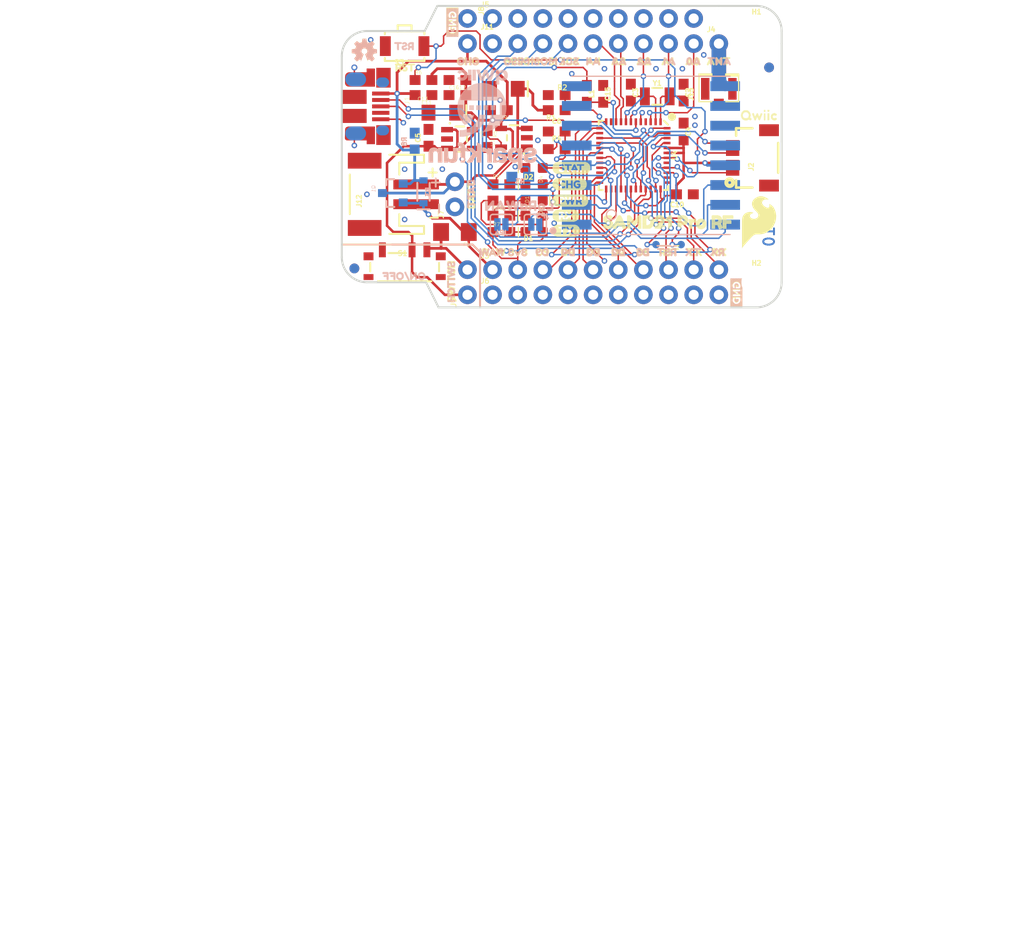
<source format=kicad_pcb>
(kicad_pcb (version 20211014) (generator pcbnew)
  (layers (0 "F.Cu" signal) (31 "B.Cu" signal) (34 "B.Paste" user) (35 "F.Paste" user) (36 "B.SilkS" user "B.Silkscreen") (37 "F.SilkS" user "F.Silkscreen") (38 "B.Mask" user) (39 "F.Mask" user) (44 "Edge.Cuts" user))
  (net 0 "")
  (net 1 "GND")
  (net 2 "MISO")
  (net 3 "D4")
  (net 4 "D10_LORA-WAN")
  (net 5 "A0")
  (net 6 "A1")
  (net 7 "A2")
  (net 8 "A3")
  (net 9 "A4")
  (net 10 "CHARGE_STAT")
  (net 11 "D11_LORA-WAN")
  (net 12 "D-")
  (net 13 "3.3V")
  (net 14 "D+")
  (net 15 "N$9")
  (net 16 "N$11")
  (net 17 "N$8")
  (net 18 "N$38")
  (net 19 "RAW")
  (net 20 "ANT")
  (net 21 "~{RFM_RST}")
  (net 22 "~{RST}")
  (net 23 "N$1")
  (net 24 "N$2")
  (net 25 "SDA")
  (net 26 "SCL")
  (net 27 "RXI")
  (net 28 "TXO")
  (net 29 "VBATT_LVL")
  (net 30 "RFM_INT")
  (net 31 "SHLD")
  (net 32 "N$6")
  (net 33 "N$7")
  (net 34 "VDDANA")
  (net 35 "TX_LED")
  (net 36 "RX_LED")
  (net 37 "D2")
  (net 38 "D3")
  (net 39 "D5")
  (net 40 "SWDIO")
  (net 41 "SWDCLK")
  (net 42 "MOSI")
  (net 43 "SCK")
  (net 44 "~{RFM_CS}")
  (net 45 "D9")
  (net 46 "STAT_LED")
  (net 47 "N$3")
  (net 48 "N$17")
  (net 49 "N$18")
  (net 50 "V_USB")
  (net 51 "V_BATT")
  (net 52 "VIN")
  (footprint "boardEagle:SAMD21_PRO_RF0" (layer "F.Cu") (at 151.5491 111.6076)
    (fp_text reference "U$1" hide)
    (fp_text value "" hide)
  )
  (footprint "boardEagle:GND0" (layer "F.Cu") (at 137.4521 93.1926 90)
    (fp_text reference "U$12" hide)
    (fp_text value "" hide)
  )
  (footprint "boardEagle:D514" (layer "F.Cu") (at 155.3591 114.6556)
    (fp_text reference "U$55" hide)
    (fp_text value "" hide)
  )
  (footprint "boardEagle:LED-0603" (layer "F.Cu") (at 145.7071 107.7976 180)
    (fp_text reference "D4")
    (fp_text value "BLUE")
  )
  (footprint "boardEagle:A25" (layer "F.Cu") (at 155.3591 95.3516)
    (fp_text reference "U$5" hide)
    (fp_text value "" hide)
  )
  (footprint "boardEagle:TACTILE_SWITCH_SMD_RIGHT_ANGLE" (layer "F.Cu") (at 132.6261 93.8276 180)
    (fp_text reference "S3")
    (fp_text value "")
  )
  (footprint "boardEagle:SCK10" (layer "F.Cu") (at 147.6121 95.3516)
    (fp_text reference "U$10" hide)
    (fp_text value "" hide)
  )
  (footprint "boardEagle:CHG1" (layer "F.Cu") (at 137.1981 95.3516)
    (fp_text reference "U$14" hide)
    (fp_text value "" hide)
  )
  (footprint "boardEagle:1X01_NO_SILK" (layer "F.Cu") (at 164.3761 93.5736)
    (fp_text reference "J4")
    (fp_text value "")
  )
  (footprint "boardEagle:SFE_LOGO_FLAME_.2" (layer "F.Cu") (at 166.4081 114.4016)
    (fp_text reference "U$51" hide)
    (fp_text value "" hide)
  )
  (footprint "boardEagle:0603" (layer "F.Cu") (at 137.9601 97.2566 180)
    (fp_text reference "C12")
    (fp_text value "1.0uF")
  )
  (footprint "boardEagle:QFN-48_NO_EXPOSED_PAD" (layer "F.Cu") (at 155.7401 104.8766 -90)
    (fp_text reference "U4")
    (fp_text value "ATSAMD21G")
  )
  (footprint "boardEagle:RX7" (layer "F.Cu") (at 147.4851 110.9726)
    (fp_text reference "U$72" hide)
    (fp_text value "" hide)
  )
  (footprint "boardEagle:0603" (layer "F.Cu") (at 147.9931 104.2416)
    (fp_text reference "R4")
    (fp_text value "10k")
  )
  (footprint "boardEagle:JST-2-SMD" (layer "F.Cu") (at 130.0861 108.8136 90)
    (fp_text reference "J12")
    (fp_text value "JST")
  )
  (footprint "boardEagle:1X10_NO_SILK" (layer "F.Cu") (at 141.5161 116.4336)
    (fp_text reference "J3")
    (fp_text value "")
  )
  (footprint "boardEagle:PWR-()-03" (layer "F.Cu") (at 147.4851 109.4486)
    (fp_text reference "U$63" hide)
    (fp_text value "" hide)
  )
  (footprint "boardEagle:3V320" (layer "F.Cu") (at 142.4051 114.6556)
    (fp_text reference "U$23" hide)
    (fp_text value "" hide)
  )
  (footprint "boardEagle:1206" (layer "F.Cu") (at 137.7061 112.6236 180)
    (fp_text reference "F1")
    (fp_text value "6V/0.5A")
  )
  (footprint "boardEagle:SWITCH23" (layer "F.Cu") (at 137.3251 120.3706 90)
    (fp_text reference "U$27" hide)
    (fp_text value "" hide)
  )
  (footprint "boardEagle:0603" (layer "F.Cu") (at 151.0411 98.6536 -90)
    (fp_text reference "L1")
    (fp_text value "")
  )
  (footprint "boardEagle:BATT25" (layer "F.Cu") (at 139.3571 110.9726 90)
    (fp_text reference "U$29" hide)
    (fp_text value "" hide)
  )
  (footprint "boardEagle:0603" (layer "F.Cu") (at 147.9931 102.4636)
    (fp_text reference "C6")
    (fp_text value "0.1uF")
  )
  (footprint "boardEagle:QWIIC-TEXT-04" (layer "F.Cu") (at 165.6461 100.8126)
    (fp_text reference "U$60" hide)
    (fp_text value "" hide)
  )
  (footprint "boardEagle:D90" (layer "F.Cu") (at 145.1991 114.6556)
    (fp_text reference "U$15" hide)
    (fp_text value "" hide)
  )
  (footprint "boardEagle:SOT23-5" (layer "F.Cu") (at 143.6751 103.0986 90)
    (fp_text reference "U1")
    (fp_text value "MCP73831")
  )
  (footprint "boardEagle:D30" (layer "F.Cu") (at 150.2791 114.6556)
    (fp_text reference "U$20" hide)
    (fp_text value "" hide)
  )
  (footprint "boardEagle:RST2" (layer "F.Cu") (at 157.6451 114.6556)
    (fp_text reference "U$13" hide)
    (fp_text value "" hide)
  )
  (footprint "boardEagle:1X10_NO_SILK" (layer "F.Cu") (at 141.5161 118.9736)
    (fp_text reference "J6")
    (fp_text value "")
  )
  (footprint "boardEagle:0603" (layer "F.Cu") (at 160.8201 98.5266 -90)
    (fp_text reference "C2")
    (fp_text value "15pF")
  )
  (footprint "boardEagle:USB-MICROB-PTH-MILL" (layer "F.Cu") (at 130.2131 99.9236 -90)
    (fp_text reference "J1")
    (fp_text value "")
  )
  (footprint "boardEagle:A43" (layer "F.Cu") (at 150.2791 95.3516)
    (fp_text reference "U$3" hide)
    (fp_text value "" hide)
  )
  (footprint "boardEagle:0603" (layer "F.Cu") (at 147.9931 98.7806)
    (fp_text reference "R2")
    (fp_text value "1M")
  )
  (footprint "boardEagle:RST2" (layer "F.Cu") (at 130.9751 95.9866)
    (fp_text reference "U$28" hide)
    (fp_text value "" hide)
  )
  (footprint "boardEagle:0603" (layer "F.Cu") (at 134.5311 97.2566)
    (fp_text reference "R6")
    (fp_text value "10k")
  )
  (footprint "boardEagle:EIA3216" (layer "F.Cu") (at 142.6591 98.1456)
    (fp_text reference "C1")
    (fp_text value "10uF")
  )
  (footprint "boardEagle:D20" (layer "F.Cu") (at 152.8191 114.6556)
    (fp_text reference "U$18" hide)
    (fp_text value "" hide)
  )
  (footprint "boardEagle:0603" (layer "F.Cu") (at 141.0081 103.2256 -90)
    (fp_text reference "R5")
    (fp_text value "2.0k")
  )
  (footprint "boardEagle:LED-0603" (layer "F.Cu") (at 145.7071 106.1466 180)
    (fp_text reference "D2")
    (fp_text value "BLUE")
  )
  (footprint "boardEagle:0603" (layer "F.Cu") (at 152.6921 98.6536 -90)
    (fp_text reference "C15")
    (fp_text value "0.1uF")
  )
  (footprint "boardEagle:1X09_NO_SILK" (layer "F.Cu") (at 141.5161 93.5736)
    (fp_text reference "J11")
    (fp_text value "")
  )
  (footprint "boardEagle:ORDERING_INSTRUCTIONS" (layer "F.Cu") (at 91.9861 134.2136)
    (fp_text reference "U$26" hide)
    (fp_text value "SPECIAL_INSTRUCTIONS-ORDERING" hide)
  )
  (footprint "boardEagle:ANT11" (layer "F.Cu") (at 162.4711 95.3516)
    (fp_text reference "U$11" hide)
    (fp_text value "" hide)
  )
  (footprint "boardEagle:0603" (layer "F.Cu") (at 135.0391 103.0986 90)
    (fp_text reference "C5")
    (fp_text value "1.0uF")
  )
  (footprint "boardEagle:0603" (layer "F.Cu") (at 147.9931 100.3046 180)
    (fp_text reference "R1")
    (fp_text value "1M")
  )
  (footprint "boardEagle:0603" (layer "F.Cu") (at 137.9601 98.7806)
    (fp_text reference "C14")
    (fp_text value "0.1uF")
  )
  (footprint "boardEagle:RAW21" (layer "F.Cu") (at 139.7381 114.6556)
    (fp_text reference "U$24" hide)
    (fp_text value "" hide)
  )
  (footprint "" (layer "F.Cu") (at 164.3761 91.0336)
    (fp_text reference "@HOLE0" hide)
    (fp_text value "")
  )
  (footprint "boardEagle:EIA3216" (layer "F.Cu") (at 136.4361 100.5586)
    (fp_text reference "C13")
    (fp_text value "10uF")
  )
  (footprint "boardEagle:MISO8" (layer "F.Cu") (at 142.0241 95.3516)
    (fp_text reference "U$8" hide)
    (fp_text value "" hide)
  )
  (footprint "boardEagle:1X04_1MM_RA" (layer "F.Cu") (at 165.7731 105.1306 90)
    (fp_text reference "J2")
    (fp_text value "")
  )
  (footprint "boardEagle:U.FL" (layer "F.Cu") (at 164.3761 98.1456 90)
    (fp_text reference "J13")
    (fp_text value "U.FL")
  )
  (footprint "boardEagle:0603" (layer "F.Cu") (at 134.5311 98.7806 180)
    (fp_text reference "C11")
    (fp_text value "0.1uF")
  )
  (footprint "boardEagle:1X02_NO_SILK" (layer "F.Cu") (at 138.9761 91.0336 -90)
    (fp_text reference "J8")
    (fp_text value "")
  )
  (footprint "boardEagle:SWITCH_SPST_SMD_A" (layer "F.Cu") (at 132.6261 116.1796 180)
    (fp_text reference "S1")
    (fp_text value "Power")
  )
  (footprint "boardEagle:1X02_NO_SILK" (layer "F.Cu") (at 137.7061 110.0836 90)
    (fp_text reference "J7")
    (fp_text value "PTH")
  )
  (footprint "boardEagle:LED-0603" (layer "F.Cu") (at 145.7071 110.9726 180)
    (fp_text reference "D6")
    (fp_text value "Yellow")
  )
  (footprint "boardEagle:A16" (layer "F.Cu") (at 157.8991 95.3516)
    (fp_text reference "U$6" hide)
    (fp_text value "" hide)
  )
  (footprint "boardEagle:LED-0603" (layer "F.Cu") (at 145.7071 109.4486)
    (fp_text reference "LED1")
    (fp_text value "RED")
  )
  (footprint "boardEagle:STAT0" (layer "F.Cu") (at 147.4851 106.1466)
    (fp_text reference "U$54" hide)
    (fp_text value "" hide)
  )
  (footprint "boardEagle:TX6" (layer "F.Cu") (at 147.4851 112.4966)
    (fp_text reference "U$70" hide)
    (fp_text value "" hide)
  )
  (footprint "boardEagle:A34" (layer "F.Cu") (at 152.8191 95.3516)
    (fp_text reference "U$4" hide)
    (fp_text value "" hide)
  )
  (footprint "boardEagle:D40" (layer "F.Cu") (at 147.7391 114.6556)
    (fp_text reference "U$22" hide)
    (fp_text value "" hide)
  )
  (footprint "boardEagle:0603" (layer "F.Cu") (at 160.9471 108.8136 180)
    (fp_text reference "C10")
    (fp_text value "0.1uF")
  )
  (footprint "boardEagle:0603" (layer "F.Cu") (at 142.4051 109.4486 180)
    (fp_text reference "R13")
    (fp_text value "1k")
  )
  (footprint "boardEagle:1X02_NO_SILK" (layer "F.Cu") (at 138.9761 118.9736 90)
    (fp_text reference "J9")
    (fp_text value "External On/Off")
  )
  (footprint "boardEagle:0603" (layer "F.Cu") (at 160.8201 102.4636 -90)
    (fp_text reference "C4")
    (fp_text value "0.1uF")
  )
  (footprint "boardEagle:GND0" (layer "F.Cu") (at 166.1541 120.6246 90)
    (fp_text reference "U$62" hide)
    (fp_text value "" hide)
  )
  (footprint "boardEagle:0603" (layer "F.Cu") (at 142.1511 100.3046 180)
    (fp_text reference "C9")
    (fp_text value "4.7uF")
  )
  (footprint "boardEagle:RX2" (layer "F.Cu") (at 162.9791 114.6556)
    (fp_text reference "U$73" hide)
    (fp_text value "" hide)
  )
  (footprint "boardEagle:CHG1" (layer "F.Cu") (at 147.4851 107.7976)
    (fp_text reference "U$65" hide)
    (fp_text value "" hide)
  )
  (footprint "boardEagle:0603" (layer "F.Cu") (at 155.4861 98.5266 -90)
    (fp_text reference "C3")
    (fp_text value "15pF")
  )
  (footprint "boardEagle:FIDUCIAL-1X2" (layer "F.Cu") (at 127.5461 116.3066)
    (fp_text reference "FD3" hide)
    (fp_text value "FIDUCIAL1X2" hide)
  )
  (footprint "boardEagle:STAND-OFF-TIGHT" (layer "F.Cu") (at 168.1861 117.7036)
    (fp_text reference "H2")
    (fp_text value "STAND-OFFTIGHT")
  )
  (footprint "boardEagle:STAND-OFF-TIGHT" (layer "F.Cu") (at 168.1861 92.3036)
    (fp_text reference "H1")
    (fp_text value "STAND-OFFTIGHT")
  )
  (footprint "boardEagle:LED-0603" (layer "F.Cu") (at 145.7071 112.6236 180)
    (fp_text reference "D1")
    (fp_text value "Green")
  )
  (footprint "boardEagle:FIDUCIAL-1X2" (layer "F.Cu") (at 169.4561 95.9866)
    (fp_text reference "FD4" hide)
    (fp_text value "FIDUCIAL1X2" hide)
  )
  (footprint "boardEagle:A07" (layer "F.Cu") (at 160.3121 95.3516)
    (fp_text reference "U$7" hide)
    (fp_text value "" hide)
  )
  (footprint "boardEagle:MOSI9" (layer "F.Cu") (at 144.6911 95.3516)
    (fp_text reference "U$9" hide)
    (fp_text value "" hide)
  )
  (footprint "boardEagle:CRYSTAL-SMD-3.2X1.5MM" (layer "F.Cu") (at 158.1531 98.9076)
    (fp_text reference "Y1")
    (fp_text value "32.768kHz")
  )
  (footprint "boardEagle:0603" (layer "F.Cu") (at 142.4051 110.9726)
    (fp_text reference "R10")
    (fp_text value "1k")
  )
  (footprint "boardEagle:1X09_NO_SILK" (layer "F.Cu") (at 141.5161 91.0336)
    (fp_text reference "J5")
    (fp_text value "")
  )
  (footprint "boardEagle:0603" (layer "F.Cu") (at 142.4051 112.6236)
    (fp_text reference "R7")
    (fp_text value "1k")
  )
  (footprint "boardEagle:CREATIVE_COMMONS" (layer "F.Cu") (at 112.3061 132.9436)
    (fp_text reference "FRAME2" hide)
    (fp_text value "FRAME-LEDGER" hide)
  )
  (footprint "boardEagle:TX3" (layer "F.Cu") (at 160.4391 114.6556)
    (fp_text reference "U$69" hide)
    (fp_text value "" hide)
  )
  (footprint "boardEagle:0603" (layer "F.Cu") (at 142.4051 107.7976)
    (fp_text reference "R9")
    (fp_text value "1k")
  )
  (footprint "boardEagle:SOT23-5" (layer "F.Cu") (at 138.2141 103.2256 -90)
    (fp_text reference "U6")
    (fp_text value "3.3V")
  )
  (footprint "boardEagle:OSHW-LOGO-MINI" (layer "F.Cu") (at 128.5621 94.3356)
    (fp_text reference "U$61" hide)
    (fp_text value "" hide)
  )
  (footprint "boardEagle:GND0" (layer "B.Cu") (at 166.1541 116.9416 -90)
    (fp_text reference "U$17" hide)
    (fp_text value "" hide)
  )
  (footprint "boardEagle:SMT-JUMPER_2_NO_SILK" (layer "B.Cu") (at 142.4051 111.8616)
    (fp_text reference "JP4")
    (fp_text value "")
  )
  (footprint "boardEagle:A16" (layer "B.Cu") (at 160.6931 95.3516 180)
    (fp_text reference "U$45" hide)
    (fp_text value "" hide)
  )
  (footprint "boardEagle:PAD.03X.03" (layer "B.Cu") (at 158.0261 113.8936 90)
    (fp_text reference "TP2" hide)
    (fp_text value "TEST-POINT3" hide)
  )
  (footprint "boardEagle:D90" (layer "B.Cu") (at 147.8661 114.6556 180)
    (fp_text reference "U$16" hide)
    (fp_text value "" hide)
  )
  (footprint "boardEagle:RX2" (layer "B.Cu") (at 165.6461 114.6556 180)
    (fp_text reference "U$19" hide)
    (fp_text value "" hide)
  )
  (footprint "boardEagle:TX3" (layer "B.Cu") (at 163.2331 114.6556 180)
    (fp_text reference "U$57" hide)
    (fp_text value "" hide)
  )
  (footprint "boardEagle:SMT-JUMPER_2_NO_SILK" (layer "B.Cu") (at 145.8341 111.8616 180)
    (fp_text reference "JP3")
    (fp_text value "")
  )
  (footprint "boardEagle:BATT25" (layer "B.Cu") (at 139.3571 106.6546 -90)
    (fp_text reference "U$32" hide)
    (fp_text value "" hide)
  )
  (footprint "boardEagle:D20" (layer "B.Cu") (at 155.6131 114.6556 180)
    (fp_text reference "U$2" hide)
    (fp_text value "" hide)
  )
  (footprint "boardEagle:A34" (layer "B.Cu") (at 155.7401 95.3516 180)
    (fp_text reference "U$43" hide)
    (fp_text value "" hide)
  )
  (footprint "boardEagle:RST2" (layer "B.Cu") (at 160.8201 114.6556 180)
    (fp_text reference "U$41" hide)
    (fp_text value "" hide)
  )
  (footprint "boardEagle:D50" (layer "B.Cu") (at 158.0261 114.6556 180)
    (fp_text reference "U$33" hide)
    (fp_text value "" hide)
  )
  (footprint "boardEagle:SCK10" (layer "B.Cu") (at 150.9141 95.3516 180)
    (fp_text reference "U$49" hide)
    (fp_text value "" hide)
  )
  (footprint "boardEagle:A07" (layer "B.Cu") (at 163.2331 95.3516 180)
    (fp_text reference "U$46" hide)
    (fp_text value "" hide)
  )
  (footprint "boardEagle:MISO8" (layer "B.Cu") (at 145.9611 95.3516 180)
    (fp_text reference "U$47" hide)
    (fp_text value "" hide)
  )
  (footprint "boardEagle:PAD.03X.03" (layer "B.Cu") (at 160.5661 113.8936 90)
    (fp_text reference "TP1" hide)
    (fp_text value "TEST-POINT3" hide)
  )
  (footprint "boardEagle:D30" (layer "B.Cu") (at 153.0731 114.6556 180)
    (fp_text reference "U$21" hide)
    (fp_text value "" hide)
  )
  (footprint "boardEagle:SOD-323" (layer "B.Cu") (at 134.5311 108.5596 90)
    (fp_text reference "D3")
    (fp_text value "1A/23V/620mV")
  )
  (footprint "boardEagle:LORA0" (layer "B.Cu") (at 148.6281 109.9566 180)
    (fp_text reference "U$25" hide)
    (fp_text value "" hide)
  )
  (footprint "boardEagle:SWITCH23" (layer "B.Cu") (at 137.3251 114.9096 -90)
    (fp_text reference "U$37" hide)
    (fp_text value "" hide)
  )
  (footprint "boardEagle:FIDUCIAL-1X2" (layer "B.Cu") (at 127.5461 116.3066 180)
    (fp_text reference "FD1" hide)
    (fp_text value "FIDUCIAL1X2" hide)
  )
  (footprint "boardEagle:QWIIC-LOGO-MEDIUM" (layer "B.Cu") (at 140.5001 99.5426 180)
    (fp_text reference "U$30" hide)
    (fp_text value "" hide)
  )
  (footprint "boardEagle:WAN1" (layer "B.Cu") (at 145.1991 109.9566 180)
    (fp_text reference "U$35" hide)
    (fp_text value "" hide)
  )
  (footprint "boardEagle:RFM95_96_97_98W" (layer "B.Cu") (at 157.5181 104.8766)
    (fp_text reference "U3" hide)
    (fp_text value "RFM95W" hide)
  )
  (footprint "boardEagle:ANT11" (layer "B.Cu") (at 166.2811 95.3516 180)
    (fp_text reference "U$50" hide)
    (fp_text value "" hide)
  )
  (footprint "boardEagle:3V320" (layer "B.Cu") (at 145.7071 114.6556 180)
    (fp_text reference "U$53" hide)
    (fp_text value "" hide)
  )
  (footprint "boardEagle:D40" (layer "B.Cu") (at 150.5331 114.6556 180)
    (fp_text reference "U$31" hide)
    (fp_text value "" hide)
  )
  (footprint "boardEagle:RAW21" (layer "B.Cu") (at 143.2941 114.6556 180)
    (fp_text reference "U$52" hide)
    (fp_text value "" hide)
  )
  (footprint "boardEagle:CHG1" (layer "B.Cu") (at 140.8811 95.3516 180)
    (fp_text reference "U$40" hide)
    (fp_text value "" hide)
  )
  (footprint "boardEagle:MOSI9" (layer "B.Cu") (at 148.7551 95.3516 180)
    (fp_text reference "U$48" hide)
    (fp_text value "" hide)
  )
  (footprint "boardEagle:OSHW-LOGO-MINI" (layer "B.Cu") (at 128.5621 94.3356 180)
    (fp_text reference "LOGO1" hide)
    (fp_text value "OSHW-LOGOMINI" hide)
  )
  (footprint "boardEagle:A43" (layer "B.Cu") (at 153.0731 95.3516 180)
    (fp_text reference "U$42" hide)
    (fp_text value "" hide)
  )
  (footprint "boardEagle:FIDUCIAL-1X2" (layer "B.Cu") (at 169.4561 95.9866 180)
    (fp_text reference "FD2" hide)
    (fp_text value "FIDUCIAL1X2" hide)
  )
  (footprint "boardEagle:ON#OFF0" (layer "B.Cu") (at 135.4201 117.0686 180)
    (fp_text reference "U$39" hide)
    (fp_text value "" hide)
  )
  (footprint "boardEagle:0603" (layer "B.Cu") (at 133.6421 103.4796 -90)
    (fp_text reference "R8")
    (fp_text value "10k")
  )
  (footprint "boardEagle:SFE_LOGO_NAME_.1" (layer "B.Cu") (at 146.4691 106.9086 180)
    (fp_text reference "LOGO2" hide)
    (fp_text value "SFE_LOGO_NAME.1_INCH" hide)
  )
  (footprint "boardEagle:GND0" (layer "B.Cu") (at 137.4521 89.6366 -90)
    (fp_text reference "U$38" hide)
    (fp_text value "" hide)
  )
  (footprint "boardEagle:SOT23-3@1" (layer "B.Cu") (at 131.4831 108.6866 -90)
    (fp_text reference "Q1")
    (fp_text value "2.5A/30V")
  )
  (footprint "boardEagle:A25" (layer "B.Cu") (at 158.2801 95.3516 180)
    (fp_text reference "U$44" hide)
    (fp_text value "" hide)
  )
  (footprint "boardEagle:0603" (layer "B.Cu") (at 144.3101 107.0356)
    (fp_text reference "R3")
    (fp_text value "1k")
  )
  (footprint "boardEagle:RST2" (layer "B.Cu") (at 134.2771 93.8276 180)
    (fp_text reference "U$36" hide)
    (fp_text value "" hide)
  )
  (gr_line (start 140.2461 114.6556) (end 139.4841 113.8936) (layer "B.SilkS") (width 0.2032))
  (gr_line (start 126.2761 113.8936) (end 131.3561 113.8936) (layer "B.SilkS") (width 0.1524))
  (gr_line (start 160.0581 114.0206) (end 158.1531 114.0206) (layer "B.SilkS") (width 0.1524))
  (gr_line (start 126.2761 104.2416) (end 126.2761 113.8936) (layer "B.SilkS") (width 0.1524))
  (gr_line (start 139.4841 113.8936) (end 131.3561 113.8936) (layer "B.SilkS") (width 0.2032))
  (gr_line (start 140.2461 120.2436) (end 140.2461 114.6556) (layer "B.SilkS") (width 0.2032))
  (gr_line (start 158.4071 114.0206) (end 160.3121 114.0206) (layer "F.SilkS") (width 0.1524))
  (gr_line (start 140.2461 114.6556) (end 140.2461 120.2436) (layer "F.SilkS") (width 0.2032))
  (gr_line (start 139.4841 113.8936) (end 126.4031 113.8936) (layer "F.SilkS") (width 0.2032))
  (gr_line (start 139.4841 113.8936) (end 140.2461 114.6556) (layer "F.SilkS") (width 0.2032))
  (gr_line (start 164.3761 89.7636) (end 135.9281 89.7636) (layer "Edge.Cuts") (width 0.2032))
  (gr_line (start 164.3761 89.7636) (end 168.1861 89.7636) (layer "Edge.Cuts") (width 0.2032))
  (gr_arc (start 168.1861 89.7636) (mid 169.982151 90.507549) (end 170.7261 92.3036) (layer "Edge.Cuts") (width 0.2032))
  (gr_arc (start 170.7261 117.7036) (mid 169.982151 119.499651) (end 168.1861 120.2436) (layer "Edge.Cuts") (width 0.2032))
  (gr_line (start 134.6581 92.3036) (end 128.8161 92.3036) (layer "Edge.Cuts") (width 0.2032))
  (gr_line (start 126.2761 94.8436) (end 126.2761 115.1636) (layer "Edge.Cuts") (width 0.2032))
  (gr_line (start 134.7851 117.7036) (end 136.0551 120.2436) (layer "Edge.Cuts") (width 0.2032))
  (gr_line (start 128.8161 117.7036) (end 134.7851 117.7036) (layer "Edge.Cuts") (width 0.2032))
  (gr_arc (start 128.8161 117.7036) (mid 127.020049 116.959651) (end 126.2761 115.1636) (layer "Edge.Cuts") (width 0.2032))
  (gr_line (start 136.0551 120.2436) (end 168.1861 120.2436) (layer "Edge.Cuts") (width 0.2032))
  (gr_line (start 170.7261 92.3036) (end 170.7261 93.5736) (layer "Edge.Cuts") (width 0.2032))
  (gr_line (start 135.9281 89.7636) (end 134.6581 92.3036) (layer "Edge.Cuts") (width 0.2032))
  (gr_arc (start 126.2761 94.8436) (mid 127.020049 93.047549) (end 128.8161 92.3036) (layer "Edge.Cuts") (width 0.2032))
  (gr_line (start 170.7261 117.7036) (end 170.7261 93.5736) (layer "Edge.Cuts") (width 0.2032))
  (gr_text "v10" (at 170.0911 111.0996 -270) (layer "B.Cu") (effects (font (size 1.0795 1.0795) (thickness 0.1905)) (justify left bottom mirror)))
  (gr_text "+" (at 136.5631 108.1786) (layer "B.SilkS") (effects (font (size 1.0795 1.0795) (thickness 0.1905)) (justify left bottom mirror)))
  (gr_text "-" (at 136.8171 109.4486 -90) (layer "B.SilkS") (effects (font (size 1.0795 1.0795) (thickness 0.1905)) (justify right top mirror)))
  (gr_text "-" (at 134.7851 111.7346) (layer "F.SilkS") (effects (font (size 1.0795 1.0795) (thickness 0.1905)) (justify left bottom)))
  (gr_text "+" (at 134.6581 107.1626) (layer "F.SilkS") (effects (font (size 1.0795 1.0795) (thickness 0.1905)) (justify left bottom)))
  (segment (start 130.2131 101.2236) (end 132.1481 101.2236) (width 0.1524) (layer "F.Cu") (net 1))
  (segment (start 157.9901 107.4526) (end 158.0261 107.4166) (width 0.1524) (layer "F.Cu") (net 1))
  (segment (start 152.3401 104.6266) (end 151.4181 104.6266) (width 0.1524) (layer "F.Cu") (net 1))
  (segment (start 158.2801 105.1306) (end 158.2841 105.1266) (width 0.1524) (layer "F.Cu") (net 1))
  (segment (start 159.1401 105.1266) (end 160.0541 105.1266) (width 0.1524) (layer "F.Cu") (net 1))
  (segment (start 156.4901 101.4766) (end 156.4901 100.6976) (width 0.1524) (layer "F.Cu") (net 1))
  (segment (start 151.4181 104.6266) (end 151.0411 105.0036) (width 0.1524) (layer "F.Cu") (net 1))
  (segment (start 132.4991 101.5746) (end 132.1481 101.2236) (width 0.1524) (layer "F.Cu") (net 1))
  (segment (start 160.0541 105.1266) (end 160.1851 105.2576) (width 0.1524) (layer "F.Cu") (net 1))
  (segment (start 151.0411 105.0036) (end 151.0411 113.7666) (width 0.1524) (layer "F.Cu") (net 1))
  (segment (start 151.0411 113.7666) (end 152.8191 115.5446) (width 0.1524) (layer "F.Cu") (net 1))
  (segment (start 165.7731 106.6306) (end 161.6851 106.6306) (width 0.1524) (layer "F.Cu") (net 1))
  (segment (start 156.4901 100.6976) (end 156.6291 100.5586) (width 0.1524) (layer "F.Cu") (net 1))
  (segment (start 157.9901 108.2766) (end 157.9901 107.4526) (width 0.1524) (layer "F.Cu") (net 1))
  (segment (start 158.2841 105.1266) (end 159.1401 105.1266) (width 0.1524) (layer "F.Cu") (net 1))
  (segment (start 161.6851 106.6306) (end 161.4551 106.4006) (width 0.1524) (layer "F.Cu") (net 1))
  (via (at 158.0261 107.4166) (size 0.5588) (drill 0.3048) (layers "F.Cu" "B.Cu") (net 1))
  (via (at 146.0881 103.3526) (size 0.5588) (drill 0.3048) (layers "F.Cu" "B.Cu") (net 1))
  (via (at 161.9631 101.8286) (size 0.5588) (drill 0.3048) (layers "F.Cu" "B.Cu") (net 1))
  (via (at 158.0261 96.1136) (size 0.5588) (drill 0.3048) (layers "F.Cu" "B.Cu") (net 1))
  (via (at 155.4861 96.1136) (size 0.5588) (drill 0.3048) (layers "F.Cu" "B.Cu") (net 1))
  (via (at 149.5171 96.6216) (size 0.5588) (drill 0.3048) (layers "F.Cu" "B.Cu") (net 1))
  (via (at 161.4551 106.4006) (size 0.5588) (drill 0.3048) (layers "F.Cu" "B.Cu") (net 1))
  (via (at 129.1971 93.1926) (size 0.5588) (drill 0.3048) (layers "F.Cu" "B.Cu") (net 1))
  (via (at 147.7391 111.7346) (size 0.5588) (drill 0.3048) (layers "F.Cu" "B.Cu") (net 1))
  (via (at 142.2781 99.2886) (size 0.5588) (drill 0.3048) (layers "F.Cu" "B.Cu") (net 1))
  (via (at 162.8521 94.7166) (size 0.5588) (drill 0.3048) (layers "F.Cu" "B.Cu") (net 1))
  (via (at 158.2801 105.1306) (size 0.5588) (drill 0.3048) (layers "F.Cu" "B.Cu") (net 1))
  (via (at 161.9631 100.9396) (size 0.5588) (drill 0.3048) (layers "F.Cu" "B.Cu") (net 1))
  (via (at 152.8191 115.5446) (size 0.5588) (drill 0.3048) (layers "F.Cu" "B.Cu") (net 1))
  (via (at 160.1851 105.2576) (size 0.5588) (drill 0.3048) (layers "F.Cu" "B.Cu") (net 1))
  (via (at 132.6261 106.2736) (size 0.5588) (drill 0.3048) (layers "F.Cu" "B.Cu") (net 1))
  (via (at 160.6931 96.1136) (size 0.5588) (drill 0.3048) (layers "F.Cu" "B.Cu") (net 1))
  (via (at 132.6261 111.3536) (size 0.5588) (drill 0.3048) (layers "F.Cu" "B.Cu") (net 1))
  (via (at 141.2621 106.0196) (size 0.5588) (drill 0.3048) (layers "F.Cu" "B.Cu") (net 1))
  (via (at 128.8161 108.8136) (size 0.5588) (drill 0.3048) (layers "F.Cu" "B.Cu") (net 1))
  (via (at 132.4991 101.5746) (size 0.5588) (drill 0.3048) (layers "F.Cu" "B.Cu") (net 1))
  (via (at 156.6291 100.5586) (size 0.5588) (drill 0.3048) (layers "F.Cu" "B.Cu") (net 1))
  (via (at 136.4361 106.2736) (size 0.5588) (drill 0.3048) (layers "F.Cu" "B.Cu") (net 1))
  (via (at 152.8191 96.1136) (size 0.5588) (drill 0.3048) (layers "F.Cu" "B.Cu") (net 1))
  (segment (start 160.3121 105.2576) (end 161.4551 106.4006) (width 0.1524) (layer "B.Cu") (net 1))
  (segment (start 160.1851 105.2576) (end 160.3121 105.2576) (width 0.1524) (layer "B.Cu") (net 1))
  (segment (start 158.0261 107.4166) (end 157.6451 107.0356) (width 0.1524) (layer "B.Cu") (net 1))
  (segment (start 157.6451 105.5116) (end 157.6451 107.0356) (width 0.1524) (layer "B.Cu") (net 1))
  (segment (start 158.2801 105.1306) (end 158.0261 105.1306) (width 0.1524) (layer "B.Cu") (net 1))
  (segment (start 158.0261 105.1306) (end 157.6451 105.5116) (width 0.1524) (layer "B.Cu") (net 1))
  (segment (start 153.0731 107.0356) (end 153.4541 107.4166) (width 0.1524) (layer "F.Cu") (net 2))
  (segment (start 153.0731 106.2736) (end 153.0731 107.0356) (width 0.1524) (layer "F.Cu") (net 2))
  (segment (start 147.6121 109.5756) (end 147.6121 108.3056) (width 0.1524) (layer "F.Cu") (net 2))
  (segment (start 152.9261 106.1266) (end 153.0731 106.2736) (width 0.1524) (layer "F.Cu") (net 2))
  (segment (start 152.3401 106.1266) (end 152.9261 106.1266) (width 0.1524) (layer "F.Cu") (net 2))
  (via (at 153.4541 107.4166) (size 0.5588) (drill 0.3048) (layers "F.Cu" "B.Cu") (net 2))
  (via (at 147.6121 109.5756) (size 0.5588) (drill 0.3048) (layers "F.Cu" "B.Cu") (net 2))
  (via (at 147.6121 108.3056) (size 0.5588) (drill 0.3048) (layers "F.Cu" "B.Cu") (net 2))
  (segment (start 140.1191 103.4796) (end 140.1191 96.7486) (width 0.1524) (layer "B.Cu") (net 2))
  (segment (start 140.1191 106.9086) (end 140.1191 103.4796) (width 0.1524) (layer "B.Cu") (net 2))
  (segment (start 150.0181 109.8766) (end 151.9771 109.8766) (width 0.1524) (layer "B.Cu") (net 2))
  (segment (start 140.1191 96.7486) (end 142.0241 94.8436) (width 0.1524) (layer "B.Cu") (net 2))
  (segment (start 144.0561 94.0816) (end 144.0561 93.5736) (width 0.1524) (layer "B.Cu") (net 2))
  (segment (start 147.6121 108.3056) (end 141.5161 108.3056) (width 0.1524) (layer "B.Cu") (net 2))
  (segment (start 151.9771 109.8766) (end 152.3111 110.2106) (width 0.1524) (layer "B.Cu") (net 2))
  (segment (start 143.2941 94.8436) (end 144.0561 94.0816) (width 0.1524) (layer "B.Cu") (net 2))
  (segment (start 142.0241 94.8436) (end 143.2941 94.8436) (width 0.1524) (layer "B.Cu") (net 2))
  (segment (start 152.3111 110.2106) (end 153.2001 110.2106) (width 0.1524) (layer "B.Cu") (net 2))
  (segment (start 153.4541 109.9566) (end 153.4541 107.4166) (width 0.1524) (layer "B.Cu") (net 2))
  (segment (start 153.2001 110.2106) (end 153.4541 109.9566) (width 0.1524) (layer "B.Cu") (net 2))
  (segment (start 150.0181 109.8766) (end 147.9131 109.8766) (width 0.1524) (layer "B.Cu") (net 2))
  (segment (start 141.5161 108.3056) (end 140.1191 106.9086) (width 0.1524) (layer "B.Cu") (net 2))
  (segment (start 147.9131 109.8766) (end 147.6121 109.5756) (width 0.1524) (layer "B.Cu") (net 2))
  (segment (start 151.6321 102.1266) (end 152.3401 102.1266) (width 0.1524) (layer "F.Cu") (net 3))
  (segment (start 149.1361 116.4336) (end 150.2791 115.2906) (width 0.1524) (layer "F.Cu") (net 3))
  (segment (start 150.2791 115.2906) (end 150.2791 103.479604) (width 0.1524) (layer "F.Cu") (net 3))
  (segment (start 150.2791 103.479604) (end 151.6321 102.1266) (width 0.1524) (layer "F.Cu") (net 3))
  (segment (start 153.9901 110.9446) (end 153.9901 108.2766) (width 0.1524) (layer "F.Cu") (net 4))
  (segment (start 153.2001 111.7346) (end 153.9901 110.9446) (width 0.1524) (layer "F.Cu") (net 4))
  (via (at 153.2001 111.7346) (size 0.5588) (drill 0.3048) (layers "F.Cu" "B.Cu") (net 4))
  (segment (start 145.7071 110.8456) (end 145.4277 111.125) (width 0.1524) (layer "B.Cu") (net 4))
  (segment (start 145.4277 111.125) (end 145.4277 111.8616) (width 0.1524) (layer "B.Cu") (net 4))
  (segment (start 145.7071 110.8456) (end 151.4221 110.8456) (width 0.1524) (layer "B.Cu") (net 4))
  (segment (start 151.4221 110.8456) (end 152.3111 111.7346) (width 0.1524) (layer "B.Cu") (net 4))
  (segment (start 152.3111 111.7346) (end 153.2001 111.7346) (width 0.1524) (layer "B.Cu") (net 4))
  (segment (start 157.4901 100.6576) (end 157.3911 100.5586) (width 0.1524) (layer "F.Cu") (net 5))
  (segment (start 161.8361 99.9236) (end 161.8361 93.5736) (width 0.1524) (layer "F.Cu") (net 5))
  (segment (start 159.0421 100.5586) (end 161.2011 100.5586) (width 0.1524) (layer "F.Cu") (net 5))
  (segment (start 161.2011 100.5586) (end 161.8361 99.9236) (width 0.1524) (layer "F.Cu") (net 5))
  (segment (start 157.4901 101.4766) (end 157.4901 100.6576) (width 0.1524) (layer "F.Cu") (net 5))
  (via (at 159.0421 100.5586) (size 0.5588) (drill 0.3048) (layers "F.Cu" "B.Cu") (net 5))
  (via (at 157.3911 100.5586) (size 0.5588) (drill 0.3048) (layers "F.Cu" "B.Cu") (net 5))
  (segment (start 157.3911 100.5586) (end 159.0421 100.5586) (width 0.1524) (layer "B.Cu") (net 5))
  (segment (start 155.4901 100.9356) (end 155.8671 100.5586) (width 0.1524) (layer "F.Cu") (net 6))
  (segment (start 155.4901 101.4766) (end 155.4901 100.9356) (width 0.1524) (layer "F.Cu") (net 6))
  (segment (start 159.2961 96.8756) (end 159.2961 93.5736) (width 0.1524) (layer "F.Cu") (net 6))
  (via (at 159.2961 96.8756) (size 0.5588) (drill 0.3048) (layers "F.Cu" "B.Cu") (net 6))
  (via (at 155.8671 100.5586) (size 0.5588) (drill 0.3048) (layers "F.Cu" "B.Cu") (net 6))
  (segment (start 159.2961 99.4156) (end 159.2961 96.8756) (width 0.1524) (layer "B.Cu") (net 6))
  (segment (start 156.5021 99.9236) (end 158.7881 99.9236) (width 0.1524) (layer "B.Cu") (net 6))
  (segment (start 158.7881 99.9236) (end 159.0421 99.6696) (width 0.1524) (layer "B.Cu") (net 6))
  (segment (start 155.8671 100.5586) (end 156.5021 99.9236) (width 0.1524) (layer "B.Cu") (net 6))
  (segment (start 159.0421 99.6696) (end 159.2961 99.4156) (width 0.1524) (layer "B.Cu") (net 6))
  (segment (start 156.7561 96.8756) (end 156.7561 93.5736) (width 0.1524) (layer "F.Cu") (net 7))
  (segment (start 154.9901 101.4766) (end 154.9901 100.6736) (width 0.1524) (layer "F.Cu") (net 7))
  (segment (start 154.9901 100.6736) (end 155.1051 100.5586) (width 0.1524) (layer "F.Cu") (net 7))
  (via (at 156.7561 96.8756) (size 0.5588) (drill 0.3048) (layers "F.Cu" "B.Cu") (net 7))
  (via (at 155.1051 100.5586) (size 0.5588) (drill 0.3048) (layers "F.Cu" "B.Cu") (net 7))
  (segment (start 156.7561 98.9076) (end 156.7561 96.8756) (width 0.1524) (layer "B.Cu") (net 7))
  (segment (start 155.1051 100.5586) (end 156.7561 98.9076) (width 0.1524) (layer "B.Cu") (net 7))
  (segment (start 154.4701 93.8276) (end 154.2161 93.5736) (width 0.1524) (layer "F.Cu") (net 8))
  (segment (start 154.4901 100.1576) (end 154.7241 99.9236) (width 0.1524) (layer "F.Cu") (net 8))
  (segment (start 154.7241 99.1616) (end 154.4701 98.9076) (width 0.1524) (layer "F.Cu") (net 8))
  (segment (start 154.4901 101.4766) (end 154.4901 100.1576) (width 0.1524) (layer "F.Cu") (net 8))
  (segment (start 154.7241 99.9236) (end 154.7241 99.1616) (width 0.1524) (layer "F.Cu") (net 8))
  (segment (start 154.4701 98.9076) (end 154.4701 93.8276) (width 0.1524) (layer "F.Cu") (net 8))
  (segment (start 153.8351 95.0976) (end 152.3111 93.5736) (width 0.1524) (layer "F.Cu") (net 9))
  (segment (start 153.9901 100.149604) (end 154.3431 99.796604) (width 0.1524) (layer "F.Cu") (net 9))
  (segment (start 153.8351 98.1456) (end 153.8351 97.3836) (width 0.1524) (layer "F.Cu") (net 9))
  (segment (start 153.8351 98.7806) (end 153.8351 98.1456) (width 0.1524) (layer "F.Cu") (net 9))
  (segment (start 153.8351 97.3836) (end 153.8351 95.0976) (width 0.1524) (layer "F.Cu") (net 9))
  (segment (start 154.3431 99.2886) (end 153.8351 98.7806) (width 0.1524) (layer "F.Cu") (net 9))
  (segment (start 153.9901 101.4766) (end 153.9901 100.149604) (width 0.1524) (layer "F.Cu") (net 9))
  (segment (start 152.3111 93.5736) (end 151.6761 93.5736) (width 0.1524) (layer "F.Cu") (net 9))
  (segment (start 154.3431 99.796604) (end 154.3431 99.2886) (width 0.1524) (layer "F.Cu") (net 9))
  (segment (start 141.5551 107.7976) (end 141.8971 107.4556) (width 0.1524) (layer "F.Cu") (net 10))
  (segment (start 141.8971 107.1626) (end 144.9752 104.0845) (width 0.1524) (layer "F.Cu") (net 10))
  (segment (start 141.8971 107.4556) (end 141.8971 107.1626) (width 0.1524) (layer "F.Cu") (net 10))
  (segment (start 144.9752 104.0845) (end 144.9752 104.0486) (width 0.1524) (layer "F.Cu") (net 10))
  (segment (start 152.8191 109.5756) (end 152.9901 109.4046) (width 0.1524) (layer "F.Cu") (net 11))
  (segment (start 152.9901 109.4046) (end 152.9901 108.2766) (width 0.1524) (layer "F.Cu") (net 11))
  (via (at 152.8191 109.5756) (size 0.5588) (drill 0.3048) (layers "F.Cu" "B.Cu") (net 11))
  (segment (start 152.6921 109.5756) (end 152.8191 109.5756) (width 0.1524) (layer "B.Cu") (net 11))
  (segment (start 144.0561 111.6076) (end 144.0561 109.3216) (width 0.1524) (layer "B.Cu") (net 11))
  (segment (start 144.0561 109.3216) (end 144.4371 108.9406) (width 0.1524) (layer "B.Cu") (net 11))
  (segment (start 152.6921 109.5756) (end 152.0571 108.9406) (width 0.1524) (layer "B.Cu") (net 11))
  (segment (start 152.0571 108.9406) (end 144.4371 108.9406) (width 0.1524) (layer "B.Cu") (net 11))
  (segment (start 142.8115 111.8616) (end 143.8021 111.8616) (width 0.1524) (layer "B.Cu") (net 11))
  (segment (start 143.8021 111.8616) (end 144.0561 111.6076) (width 0.1524) (layer "B.Cu") (net 11))
  (segment (start 155.8671 111.3536) (end 155.8671 109.5756) (width 0.1524) (layer "F.Cu") (net 12))
  (segment (start 130.2131 99.2736) (end 132.1031 99.2736) (width 0.1524) (layer "F.Cu") (net 12))
  (segment (start 156.8831 108.9406) (end 156.5021 108.9406) (width 0.1524) (layer "F.Cu") (net 12))
  (segment (start 155.8671 109.5756) (end 156.5021 108.9406) (width 0.1524) (layer "F.Cu") (net 12))
  (segment (start 154.4066 112.8141) (end 155.8671 111.3536) (width 0.1524) (layer "F.Cu") (net 12))
  (segment (start 156.9901 108.8336) (end 156.8831 108.9406) (width 0.1524) (layer "F.Cu") (net 12))
  (segment (start 156.9901 108.2766) (end 156.9901 108.8336) (width 0.1524) (layer "F.Cu") (net 12))
  (segment (start 132.1031 99.2736) (end 133.0071 100.1776) (width 0.1524) (layer "F.Cu") (net 12))
  (via (at 133.0071 100.1776) (size 0.5588) (drill 0.3048) (layers "F.Cu" "B.Cu") (net 12))
  (via (at 154.4066 112.8141) (size 0.5588) (drill 0.3048) (layers "F.Cu" "B.Cu") (net 12))
  (segment (start 133.0071 100.1776) (end 138.3411 100.1776) (width 0.1524) (layer "B.Cu") (net 12))
  (segment (start 138.3411 100.1776) (end 139.7381 101.5746) (width 0.1524) (layer "B.Cu") (net 12))
  (segment (start 139.7381 101.5746) (end 139.7381 111.099597) (width 0.1524) (layer "B.Cu") (net 12))
  (segment (start 139.7381 111.099597) (end 142.1511 113.5126) (width 0.1524) (layer "B.Cu") (net 12))
  (segment (start 153.7081 113.5126) (end 154.4066 112.8141) (width 0.1524) (layer "B.Cu") (net 12))
  (segment (start 142.1511 113.5126) (end 153.7081 113.5126) (width 0.1524) (layer "B.Cu") (net 12))
  (segment (start 139.5142 102.3065) (end 139.5142 102.2756) (width 0.2794) (layer "F.Cu") (net 13))
  (segment (start 138.4681 105.2576) (end 138.4316 105.2211) (width 0.254) (layer "F.Cu") (net 13))
  (segment (start 144.0561 115.2906) (end 142.4051 115.2906) (width 0.1524) (layer "F.Cu") (net 13))
  (segment (start 140.6271 109.4486) (end 141.5551 109.4486) (width 0.1524) (layer "F.Cu") (net 13))
  (segment (start 160.8201 105.6386) (end 162.9791 105.6386) (width 0.254) (layer "F.Cu") (net 13))
  (segment (start 140.881103 111.8616) (end 146.5841 111.8616) (width 0.1524) (layer "F.Cu") (net 13))
  (segment (start 148.6281 101.3206) (end 144.8181 101.3206) (width 0.1524) (layer "F.Cu") (net 13))
  (segment (start 144.0561 113.8936) (end 144.4371 113.5126) (width 0.1524) (layer "F.Cu") (net 13))
  (segment (start 138.8101 96.5826) (end 138.3411 96.1136) (width 0.2794) (layer "F.Cu") (net 13))
  (segment (start 135.3811 97.2566) (end 135.3811 96.6606) (width 0.2794) (layer "F.Cu") (net 13))
  (segment (start 144.4371 113.5126) (end 146.3421 113.5126) (width 0.1524) (layer "F.Cu") (net 13))
  (segment (start 140.881103 111.8616) (end 140.3731 111.3536) (width 0.1524) (layer "F.Cu") (net 13))
  (segment (start 148.8431 105.042597) (end 148.8431 104.2416) (width 0.1524) (layer "F.Cu") (net 13))
  (segment (start 158.6611 109.3216) (end 158.0261 109.9566) (width 0.1524) (layer "F.Cu") (net 13))
  (segment (start 160.8161 104.6266) (end 160.8201 104.6226) (width 0.254) (layer "F.Cu") (net 13))
  (segment (start 158.4901 109.1506) (end 158.6611 109.3216) (width 0.1524) (layer "F.Cu") (net 13))
  (segment (start 140.3731 109.7026) (end 140.6271 109.4486) (width 0.1524) (layer "F.Cu") (net 13))
  (segment (start 153.5811 104.2416) (end 153.4661 104.1266) (width 0.1524) (layer "F.Cu") (net 13))
  (segment (start 160.8081 103.3256) (end 160.8201 103.3136) (width 0.254) (layer "F.Cu") (net 13))
  (segment (start 146.5841 113.2466) (end 146.5841 112.6236) (width 0.1524) (layer "F.Cu") (net 13))
  (segment (start 148.8431 102.4636) (end 148.8431 104.2416) (width 0.1524) (layer "F.Cu") (net 13))
  (segment (start 160.8081 104.1266) (end 160.8081 103.3256) (width 0.254) (layer "F.Cu") (net 13))
  (segment (start 158.6611 109.3216) (end 159.0421 108.9406) (width 0.1524) (layer "F.Cu") (net 13))
  (segment (start 144.0561 116.4336) (end 144.0561 115.2906) (width 0.1524) (layer "F.Cu") (net 13))
  (segment (start 154.8511 106.6546) (end 154.8511 105.1306) (width 0.1524) (layer "F.Cu") (net 13))
  (segment (start 160.8081 104.1266) (end 160.8201 104.1146) (width 0.254) (layer "F.Cu") (net 13))
  (segment (start 141.0081 113.8936) (end 141.0081 113.6396) (width 0.1524) (layer "F.Cu") (net 13))
  (segment (start 159.9701 108.9406) (end 160.0971 108.8136) (width 0.1524) (layer "F.Cu") (net 13))
  (segment (start 146.3421 113.5126) (end 146.5961 113.2586) (width 0.1524) (layer "F.Cu") (net 13))
  (segment (start 152.3401 104.1266) (end 153.4661 104.1266) (width 0.1524) (layer "F.Cu") (net 13))
  (segment (start 154.8511 105.1306) (end 155.1051 104.8766) (width 0.1524) (layer "F.Cu") (net 13))
  (segment (start 139.7381 100.9396) (end 140.1191 101.3206) (width 0.2794) (layer "F.Cu") (net 13))
  (segment (start 138.8101 98.7806) (end 138.8101 100.5586) (width 0.2794) (layer "F.Cu") (net 13))
  (segment (start 160.8201 107.1626) (end 160.8201 105.6386) (width 0.254) (layer "F.Cu") (net 13))
  (segment (start 162.9791 105.6386) (end 165.7651 105.6386) (width 0.254) (layer "F.Cu") (net 13))
  (segment (start 160.0971 107.8856) (end 160.8201 107.1626) (width 0.254) (layer "F.Cu") (net 13))
  (segment (start 140.1191 101.3206) (end 141.5161 101.3206) (width 0.2794) (layer "F.Cu") (net 13))
  (segment (start 146.5841 110.9726) (end 146.5841 111.8616) (width 0.1524) (layer "F.Cu") (net 13))
  (segment (start 139.3571 100.5586) (end 139.7381 100.9396) (width 0.2794) (layer "F.Cu") (net 13))
  (segment (start 148.6281 105.2576) (end 148.8431 105.042597) (width 0.1524) (layer "F.Cu") (net 13))
  (segment (start 148.8431 101.5356) (end 148.8431 102.4636) (width 0.1524) (layer "F.Cu") (net 13))
  (segment (start 159.0421 108.9406) (end 159.9701 108.9406) (width 0.1524) (layer "F.Cu") (net 13))
  (segment (start 155.1051 106.9086) (end 154.8511 106.6546) (width 0.1524) (layer "F.Cu") (net 13))
  (segment (start 150.6601 95.9866) (end 147.7391 95.9866) (width 0.1524) (layer "F.Cu") (net 13))
  (segment (start 139.5142 101.1635) (end 139.7381 100.9396) (width 0.254) (layer "F.Cu") (net 13))
  (segment (start 135.3811 96.6606) (end 135.9281 96.1136) (width 0.2794) (layer "F.Cu") (net 13))
  (segment (start 135.9281 96.1136) (end 138.3411 96.1136) (width 0.2794) (layer "F.Cu") (net 13))
  (segment (start 148.6281 101.3206) (end 148.8431 101.5356) (width 0.1524) (layer "F.Cu") (net 13))
  (segment (start 160.8201 104.6226) (end 160.8201 105.6386) (width 0.254) (layer "F.Cu") (net 13))
  (segment (start 159.1401 104.1266) (end 160.8081 104.1266) (width 0.254) (layer "F.Cu") (net 13))
  (segment (start 139.5142 102.2756) (end 139.5142 101.1635) (width 0.254) (layer "F.Cu") (net 13))
  (segment (start 138.4316 103.932913) (end 139.5142 102.850313) (width 0.254) (layer "F.Cu") (net 13))
  (segment (start 151.0411 97.8036) (end 151.0411 96.3676) (width 0.1524) (layer "F.Cu") (net 13))
  (segment (start 138.4316 105.2211) (end 138.4316 103.932913) (width 0.254) (layer "F.Cu") (net 13))
  (segment (start 146.5961 113.2586) (end 146.5841 113.2466) (width 0.1524) (layer "F.Cu") (net 13))
  (segment (start 165.7651 105.6386) (end 165.7731 105.6306) (width 0.254) (layer "F.Cu") (net 13))
  (segment (start 158.4901 108.2766) (end 158.4901 109.1506) (width 0.1524) (layer "F.Cu") (net 13))
  (segment (start 158.0261 109.9566) (end 157.0101 109.9566) (width 0.1524) (layer "F.Cu") (net 13))
  (segment (start 140.3731 111.3536) (end 140.3731 109.7026) (width 0.1524) (layer "F.Cu") (net 13))
  (segment (start 138.8101 100.5586) (end 139.3571 100.5586) (width 0.2794) (layer "F.Cu") (net 13))
  (segment (start 138.8101 97.2566) (end 138.8101 96.5826) (width 0.2794) (layer "F.Cu") (net 13))
  (segment (start 147.9931 105.2576) (end 148.6281 105.2576) (width 0.1524) (layer "F.Cu") (net 13))
  (segment (start 160.0971 108.8136) (end 160.0971 107.8856) (width 0.254) (layer "F.Cu") (net 13))
  (segment (start 142.4051 115.2906) (end 141.0081 113.8936) (width 0.1524) (layer "F.Cu") (net 13))
  (segment (start 137.8361 100.5586) (end 138.8101 100.5586) (width 0.2794) (layer "F.Cu") (net 13))
  (segment (start 138.8101 98.7806) (end 138.8101 97.2566) (width 0.2794) (layer "F.Cu") (net 13))
  (segment (start 144.0561 115.2906) (end 144.0561 115.1636) (width 0.1524) (layer "F.Cu") (net 13))
  (segment (start 146.5841 111.8616) (end 146.5841 112.6236) (width 0.1524) (layer "F.Cu") (net 13))
  (segment (start 144.0561 115.1636) (end 144.0561 113.8936) (width 0.1524) (layer "F.Cu") (net 13))
  (segment (start 160.8201 104.1146) (end 160.8201 104.6226) (width 0.254) (layer "F.Cu") (net 13))
  (segment (start 151.0411 96.3676) (end 150.6601 95.9866) (width 0.1524) (layer "F.Cu") (net 13))
  (segment (start 139.5142 102.850313) (end 139.5142 102.3065) (width 0.254) (layer "F.Cu") (net 13))
  (segment (start 159.1401 104.6266) (end 160.8161 104.6266) (width 0.254) (layer "F.Cu") (net 13))
  (via (at 144.8181 101.3206) (size 0.5588) (drill 0.3048) (layers "F.Cu" "B.Cu") (net 13))
  (via (at 138.4681 105.2576) (size 0.5588) (drill 0.3048) (layers "F.Cu" "B.Cu") (net 13))
  (via (at 155.1051 106.9086) (size 0.5588) (drill 0.3048) (layers "F.Cu" "B.Cu") (net 13))
  (via (at 162.9791 105.6386) (size 0.5588) (drill 0.3048) (layers "F.Cu" "B.Cu") (net 13))
  (via (at 141.0081 113.6396) (size 0.5588) (drill 0.3048) (layers "F.Cu" "B.Cu") (net 13))
  (via (at 147.9931 105.2576) (size 0.5588) (drill 0.3048) (layers "F.Cu" "B.Cu") (net 13))
  (via (at 153.5811 104.2416) (size 0.5588) (drill 0.3048) (layers "F.Cu" "B.Cu") (net 13))
  (via (at 147.7391 95.9866) (size 0.5588) (drill 0.3048) (layers "F.Cu" "B.Cu") (net 13))
  (via (at 155.1051 104.8766) (size 0.5588) (drill 0.3048) (layers "F.Cu" "B.Cu") (net 13))
  (via (at 141.5161 101.3206) (size 0.5588) (drill 0.3048) (layers "F.Cu" "B.Cu") (net 13))
  (via (at 157.0101 109.9566) (size 0.5588) (drill 0.3048) (layers "F.Cu" "B.Cu") (net 13))
  (segment (start 138.9761 105.7656) (end 138.4681 105.2576) (width 0.1524) (layer "B.Cu") (net 13))
  (segment (start 155.1051 108.9406) (end 155.1051 106.9086) (width 0.1524) (layer "B.Cu") (net 13))
  (segment (start 163.2171 105.8766) (end 162.9791 105.6386) (width 0.2794) (layer "B.Cu") (net 13))
  (segment (start 152.5651 104.1146) (end 153.4541 104.1146) (width 0.1524) (layer "B.Cu") (net 13))
  (segment (start 147.7391 95.9866) (end 142.9131 95.9866) (width 0.1524) (layer "B.Cu") (net 13))
  (segment (start 154.2161 104.8766) (end 153.5811 104.2416) (width 0.1524) (layer "B.Cu") (net 13))
  (segment (start 144.8181 101.3206) (end 141.5161 101.3206) (width 0.1524) (layer "B.Cu") (net 13))
  (segment (start 156.1211 109.9566) (end 155.1051 108.9406) (width 0.1524) (layer "B.Cu") (net 13))
  (segment (start 153.4541 104.1146) (end 153.5811 104.2416) (width 0.1524) (layer "B.Cu") (net 13))
  (segment (start 148.3741 104.8766) (end 151.8031 104.8766) (width 0.1524) (layer "B.Cu") (net 13))
  (segment (start 157.0101 109.9566) (end 156.1211 109.9566) (width 0.1524) (layer "B.Cu") (net 13))
  (segment (start 151.8031 104.8766) (end 152.5651 104.1146) (width 0.1524) (layer "B.Cu") (net 13))
  (segment (start 147.9931 105.2576) (end 148.3741 104.8766) (width 0.1524) (layer "B.Cu") (net 13))
  (segment (start 165.0181 105.8766) (end 163.2171 105.8766) (width 0.2794) (layer "B.Cu") (net 13))
  (segment (start 141.5161 97.3836) (end 141.5161 101.3206) (width 0.1524) (layer "B.Cu") (net 13))
  (segment (start 142.9131 95.9866) (end 141.5161 97.3836) (width 0.1524) (layer "B.Cu") (net 13))
  (segment (start 141.0081 113.6396) (end 138.9761 111.6076) (width 0.1524) (layer "B.Cu") (net 13))
  (segment (start 138.9761 111.6076) (end 138.9761 105.7656) (width 0.1524) (layer "B.Cu") (net 13))
  (segment (start 155.1051 104.8766) (end 154.2161 104.8766) (width 0.1524) (layer "B.Cu") (net 13))
  (segment (start 157.4901 109.0956) (end 157.264103 109.321597) (width 0.1524) (layer "F.Cu") (net 14))
  (segment (start 156.2481 109.8296) (end 156.2481 111.8616) (width 0.1524) (layer "F.Cu") (net 14))
  (segment (start 157.264103 109.321597) (end 156.756103 109.321597) (width 0.1524) (layer "F.Cu") (net 14))
  (segment (start 131.9911 99.9236) (end 133.0071 100.9396) (width 0.1524) (layer "F.Cu") (net 14))
  (segment (start 130.2131 99.9236) (end 131.9911 99.9236) (width 0.1524) (layer "F.Cu") (net 14))
  (segment (start 156.756103 109.321597) (end 156.2481 109.8296) (width 0.1524) (layer "F.Cu") (net 14))
  (segment (start 157.4901 108.2766) (end 157.4901 109.0956) (width 0.1524) (layer "F.Cu") (net 14))
  (segment (start 155.2321 112.8776) (end 156.2481 111.8616) (width 0.1524) (layer "F.Cu") (net 14))
  (via (at 133.0071 100.9396) (size 0.5588) (drill 0.3048) (layers "F.Cu" "B.Cu") (net 14))
  (via (at 155.2321 112.8776) (size 0.5588) (drill 0.3048) (layers "F.Cu" "B.Cu") (net 14))
  (segment (start 133.1341 100.8126) (end 138.2141 100.8126) (width 0.1524) (layer "B.Cu") (net 14))
  (segment (start 133.1341 100.8126) (end 133.0071 100.9396) (width 0.1524) (layer "B.Cu") (net 14))
  (segment (start 142.024096 113.893597) (end 154.216103 113.893597) (width 0.1524) (layer "B.Cu") (net 14))
  (segment (start 139.3571 111.226597) (end 142.024096 113.893597) (width 0.1524) (layer "B.Cu") (net 14))
  (segment (start 139.3571 101.9556) (end 139.3571 111.226597) (width 0.1524) (layer "B.Cu") (net 14))
  (segment (start 138.2141 100.8126) (end 139.3571 101.9556) (width 0.1524) (layer "B.Cu") (net 14))
  (segment (start 154.216103 113.893597) (end 155.2321 112.8776) (width 0.1524) (layer "B.Cu") (net 14))
  (segment (start 136.3091 114.2746) (end 136.8171 114.2746) (width 0.2794) (layer "F.Cu") (net 15))
  (segment (start 136.3061 112.6236) (end 136.3091 112.6266) (width 0.1524) (layer "F.Cu") (net 15))
  (segment (start 136.8171 114.2746) (end 138.9761 116.4336) (width 0.2794) (layer "F.Cu") (net 15))
  (segment (start 136.3091 112.6266) (end 136.3091 114.2746) (width 0.2794) (layer "F.Cu") (net 15))
  (segment (start 135.0311 114.2746) (end 136.3091 114.2746) (width 0.2794) (layer "F.Cu") (net 15))
  (segment (start 134.8761 114.4296) (end 135.0311 114.2746) (width 0.1524) (layer "F.Cu") (net 15))
  (segment (start 142.375 103.5765) (end 142.0241 103.2256) (width 0.1524) (layer "F.Cu") (net 16))
  (segment (start 141.0081 102.9716) (end 141.0081 102.3756) (width 0.1524) (layer "F.Cu") (net 16))
  (segment (start 142.0241 103.2256) (end 141.2621 103.2256) (width 0.1524) (layer "F.Cu") (net 16))
  (segment (start 142.375 104.0486) (end 142.375 103.5765) (width 0.1524) (layer "F.Cu") (net 16))
  (segment (start 141.2621 103.2256) (end 141.0081 102.9716) (width 0.1524) (layer "F.Cu") (net 16))
  (segment (start 144.8301 107.7976) (end 143.2551 107.7976) (width 0.1524) (layer "F.Cu") (net 17))
  (segment (start 143.2551 109.4486) (end 144.8301 109.4486) (width 0.1524) (layer "F.Cu") (net 18))
  (segment (start 138.9791 112.4966) (end 138.4681 112.4966) (width 0.2794) (layer "F.Cu") (net 19))
  (segment (start 139.1061 114.0236) (end 139.1061 112.6236) (width 0.254) (layer "F.Cu") (net 19))
  (segment (start 135.4201 111.2266) (end 135.0391 110.8456) (width 0.2794) (layer "F.Cu") (net 19))
  (segment (start 141.5161 116.4336) (end 139.1061 114.0236) (width 0.254) (layer "F.Cu") (net 19))
  (segment (start 139.1061 112.6236) (end 138.9791 112.4966) (width 0.254) (layer "F.Cu") (net 19))
  (segment (start 137.1981 111.2266) (end 135.4201 111.2266) (width 0.2794) (layer "F.Cu") (net 19))
  (segment (start 138.4681 112.4966) (end 137.1981 111.2266) (width 0.2794) (layer "F.Cu") (net 19))
  (via (at 135.0391 110.8456) (size 0.5588) (drill 0.3048) (layers "F.Cu" "B.Cu") (net 19))
  (segment (start 132.5561 109.7096) (end 134.5311 109.7096) (width 0.2794) (layer "B.Cu") (net 19))
  (segment (start 132.4831 109.6366) (end 132.5561 109.7096) (width 0.2794) (layer "B.Cu") (net 19))
  (segment (start 134.5311 110.3376) (end 134.5311 109.7096) (width 0.2794) (layer "B.Cu") (net 19))
  (segment (start 135.0391 110.8456) (end 134.5311 110.3376) (width 0.2794) (layer "B.Cu") (net 19))
  (segment (start 164.3761 96.6206) (end 164.3761 93.5736) (width 1.4732) (layer "F.Cu") (net 20))
  (segment (start 165.0181 97.8766) (end 164.3981 97.2566) (width 1.016) (layer "B.Cu") (net 20))
  (segment (start 164.3761 93.5736) (end 164.3761 97.2346) (width 1.4732) (layer "B.Cu") (net 20))
  (segment (start 164.3761 97.2346) (end 164.3981 97.2566) (width 1.4732) (layer "B.Cu") (net 20))
  (segment (start 155.7401 105.0036) (end 155.4861 105.2576) (width 0.1524) (layer "F.Cu") (net 21))
  (segment (start 155.4901 108.2766) (end 155.4901 110.3336) (width 0.1524) (layer "F.Cu") (net 21))
  (segment (start 155.4861 105.2576) (end 155.4861 106.1466) (width 0.1524) (layer "F.Cu") (net 21))
  (segment (start 155.3591 110.4646) (end 154.7241 110.4646) (width 0.1524) (layer "F.Cu") (net 21))
  (segment (start 155.4901 110.3336) (end 155.3591 110.4646) (width 0.1524) (layer "F.Cu") (net 21))
  (segment (start 155.7401 104.2416) (end 155.7401 105.0036) (width 0.1524) (layer "F.Cu") (net 21))
  (via (at 155.4861 106.1466) (size 0.5588) (drill 0.3048) (layers "F.Cu" "B.Cu") (net 21))
  (via (at 154.7241 110.4646) (size 0.5588) (drill 0.3048) (layers "F.Cu" "B.Cu") (net 21))
  (via (at 155.7401 104.2416) (size 0.5588) (drill 0.3048) (layers "F.Cu" "B.Cu") (net 21))
  (segment (start 153.7081 103.0986) (end 154.5971 103.0986) (width 0.1524) (layer "B.Cu") (net 21))
  (segment (start 154.5971 103.0986) (end 155.7401 104.2416) (width 0.1524) (layer "B.Cu") (net 21))
  (segment (start 154.0891 107.1626) (end 154.0891 109.8296) (width 0.1524) (layer "B.Cu") (net 21))
  (segment (start 155.4861 106.1466) (end 155.1051 106.1466) (width 0.1524) (layer "B.Cu") (net 21))
  (segment (start 152.4861 101.8766) (end 153.7081 103.0986) (width 0.1524) (layer "B.Cu") (net 21))
  (segment (start 154.0891 109.8296) (end 154.7241 110.4646) (width 0.1524) (layer "B.Cu") (net 21))
  (segment (start 155.1051 106.1466) (end 154.0891 107.1626) (width 0.1524) (layer "B.Cu") (net 21))
  (segment (start 150.0181 101.8766) (end 152.4861 101.8766) (width 0.1524) (layer "B.Cu") (net 21))
  (segment (start 148.3741 95.2246) (end 141.3891 95.2246) (width 0.1524) (layer "F.Cu") (net 22))
  (segment (start 158.2801 106.0196) (end 158.2801 105.8926) (width 0.1524) (layer "F.Cu") (net 22))
  (segment (start 133.6811 97.2566) (end 133.6811 96.3286) (width 0.1524) (layer "F.Cu") (net 22))
  (segment (start 140.2461 92.684604) (end 139.8651 92.3036) (width 0.1524) (layer "F.Cu") (net 22))
  (segment (start 162.2171 103.2256) (end 162.9791 102.4636) (width 0.1524) (layer "F.Cu") (net 22))
  (segment (start 160.0581 106.0196) (end 159.951096 106.1266) (width 0.1524) (layer "F.Cu") (net 22))
  (segment (start 160.0581 106.0196) (end 160.1851 106.0196) (width 0.1524) (layer "F.Cu") (net 22))
  (segment (start 136.5631 92.8116) (end 137.0711 92.3036) (width 0.1524) (layer "F.Cu") (net 22))
  (segment (start 141.3891 95.2246) (end 140.2461 94.0816) (width 0.1524) (layer "F.Cu") (net 22))
  (segment (start 135.8011 93.8276) (end 134.5761 93.8276) (width 0.1524) (layer "F.Cu") (net 22))
  (segment (start 159.2961 116.4336) (end 159.0421 116.1796) (width 0.1524) (layer "F.Cu") (net 22))
  (segment (start 159.951096 106.1266) (end 159.1401 106.1266) (width 0.1524) (layer "F.Cu") (net 22))
  (segment (start 159.0421 116.1796) (end 159.0421 112.7506) (width 0.1524) (layer "F.Cu") (net 22))
  (segment (start 159.1401 106.1266) (end 158.3871 106.1266) (width 0.1524) (layer "F.Cu") (net 22))
  (segment (start 158.3871 106.1266) (end 158.2801 106.0196) (width 0.1524) (layer "F.Cu") (net 22))
  (segment (start 139.8651 92.3036) (end 138.0871 92.3036) (width 0.1524) (layer "F.Cu") (net 22))
  (segment (start 135.8011 93.8276) (end 136.3091 93.8276) (width 0.1524) (layer "F.Cu") (net 22))
  (segment (start 136.5631 93.5736) (end 136.5631 92.8116) (width 0.1524) (layer "F.Cu") (net 22))
  (segment (start 133.6811 96.3286) (end 134.0231 95.9866) (width 0.1524) (layer "F.Cu") (net 22))
  (segment (start 162.2171 104.6226) (end 162.2171 103.2256) (width 0.1524) (layer "F.Cu") (net 22))
  (segment (start 137.0711 92.3036) (end 138.0871 92.3036) (width 0.1524) (layer "F.Cu") (net 22))
  (segment (start 136.3091 93.8276) (end 136.5631 93.5736) (width 0.1524) (layer "F.Cu") (net 22))
  (segment (start 140.2461 94.0816) (end 140.2461 92.684604) (width 0.1524) (layer "F.Cu") (net 22))
  (segment (start 159.0421 112.7506) (end 159.5501 112.2426) (width 0.1524) (layer "F.Cu") (net 22))
  (via (at 148.3741 95.2246) (size 0.5588) (drill 0.3048) (layers "F.Cu" "B.Cu") (net 22))
  (via (at 162.2171 104.6226) (size 0.5588) (drill 0.3048) (layers "F.Cu" "B.Cu") (net 22))
  (via (at 159.5501 112.2426) (size 0.5588) (drill 0.3048) (layers "F.Cu" "B.Cu") (net 22))
  (via (at 134.0231 95.9866) (size 0.5588) (drill 0.3048) (layers "F.Cu" "B.Cu") (net 22))
  (via (at 158.2801 105.8926) (size 0.5588) (drill 0.3048) (layers "F.Cu" "B.Cu") (net 22))
  (via (at 135.8011 93.8276) (size 0.5588) (drill 0.3048) (layers "F.Cu" "B.Cu") (net 22))
  (via (at 162.9791 102.4636) (size 0.5588) (drill 0.3048) (layers "F.Cu" "B.Cu") (net 22))
  (via (at 160.1851 106.0196) (size 0.5588) (drill 0.3048) (layers "F.Cu" "B.Cu") (net 22))
  (segment (start 162.9791 100.4316) (end 162.5981 100.0506) (width 0.1524) (layer "B.Cu") (net 22))
  (segment (start 161.201103 100.0506) (end 159.9311 98.7806) (width 0.1524) (layer "B.Cu") (net 22))
  (segment (start 134.9121 95.9866) (end 135.8011 95.0976) (width 0.1524) (layer "B.Cu") (net 22))
  (segment (start 159.1691 109.4486) (end 159.1691 108.8136) (width 0.1524) (layer "B.Cu") (net 22))
  (segment (start 162.9791 102.4636) (end 162.9791 100.4316) (width 0.1524) (layer "B.Cu") (net 22))
  (segment (start 162.5981 100.0506) (end 161.201103 100.0506) (width 0.1524) (layer "B.Cu") (net 22))
  (segment (start 158.9151 109.7026) (end 159.1691 109.4486) (width 0.1524) (layer "B.Cu") (net 22))
  (segment (start 162.2171 106.6546) (end 162.2171 104.6226) (width 0.1524) (layer "B.Cu") (net 22))
  (segment (start 160.1851 106.0196) (end 161.2011 107.0356) (width 0.1524) (layer "B.Cu") (net 22))
  (segment (start 158.9151 111.0996) (end 158.9151 109.7026) (width 0.1524) (layer "B.Cu") (net 22))
  (segment (start 134.0231 95.9866) (end 134.9121 95.9866) (width 0.1524) (layer "B.Cu") (net 22))
  (segment (start 159.5501 111.7346) (end 158.9151 111.0996) (width 0.1524) (layer "B.Cu") (net 22))
  (segment (start 159.9311 96.1136) (end 159.0421 95.2246) (width 0.1524) (layer "B.Cu") (net 22))
  (segment (start 161.2011 107.0356) (end 161.8361 107.0356) (width 0.1524) (layer "B.Cu") (net 22))
  (segment (start 159.1691 106.7816) (end 158.2801 105.8926) (width 0.1524) (layer "B.Cu") (net 22))
  (segment (start 161.8361 107.0356) (end 162.2171 106.6546) (width 0.1524) (layer "B.Cu") (net 22))
  (segment (start 159.0421 95.2246) (end 148.3741 95.2246) (width 0.1524) (layer "B.Cu") (net 22))
  (segment (start 135.8011 95.0976) (end 135.8011 93.8276) (width 0.1524) (layer "B.Cu") (net 22))
  (segment (start 159.5501 112.2426) (end 159.5501 111.7346) (width 0.1524) (layer "B.Cu") (net 22))
  (segment (start 159.1691 108.8136) (end 159.1691 106.7816) (width 0.1524) (layer "B.Cu") (net 22))
  (segment (start 159.9311 98.7806) (end 159.9311 96.1136) (width 0.1524) (layer "B.Cu") (net 22))
  (segment (start 143.2551 110.9726) (end 144.8301 110.9726) (width 0.1524) (layer "F.Cu") (net 23))
  (segment (start 143.2551 112.6236) (end 144.8301 112.6236) (width 0.1524) (layer "F.Cu") (net 24))
  (segment (start 162.9791 104.6226) (end 162.9871 104.6306) (width 0.1524) (layer "F.Cu") (net 25))
  (segment (start 155.9901 108.2766) (end 155.9901 107.6666) (width 0.1524) (layer "F.Cu") (net 25))
  (segment (start 162.9871 104.6306) (end 165.7731 104.6306) (width 0.1524) (layer "F.Cu") (net 25))
  (segment (start 155.9901 107.6666) (end 155.7401 107.4166) (width 0.1524) (layer "F.Cu") (net 25))
  (via (at 162.9791 104.6226) (size 0.5588) (drill 0.3048) (layers "F.Cu" "B.Cu") (net 25))
  (via (at 155.7401 107.4166) (size 0.5588) (drill 0.3048) (layers "F.Cu" "B.Cu") (net 25))
  (segment (start 162.9791 104.6226) (end 161.2011 102.8446) (width 0.1524) (layer "B.Cu") (net 25))
  (segment (start 157.0101 103.9876) (end 157.6451 103.3526) (width 0.1524) (layer "B.Cu") (net 25))
  (segment (start 157.7721 103.3526) (end 158.2801 102.8446) (width 0.1524) (layer "B.Cu") (net 25))
  (segment (start 155.7401 106.6546) (end 157.0101 105.384597) (width 0.1524) (layer "B.Cu") (net 25))
  (segment (start 157.0101 105.384597) (end 157.0101 103.9876) (width 0.1524) (layer "B.Cu") (net 25))
  (segment (start 155.7401 107.4166) (end 155.7401 106.6546) (width 0.1524) (layer "B.Cu") (net 25))
  (segment (start 157.6451 103.3526) (end 157.7721 103.3526) (width 0.1524) (layer "B.Cu") (net 25))
  (segment (start 158.2801 102.8446) (end 161.2011 102.8446) (width 0.1524) (layer "B.Cu") (net 25))
  (segment (start 156.1211 107.0356) (end 156.1211 105.5116) (width 0.1524) (layer "F.Cu") (net 26))
  (segment (start 156.4901 108.2766) (end 156.4901 107.4046) (width 0.1524) (layer "F.Cu") (net 26))
  (segment (start 156.4901 107.4046) (end 156.1211 107.0356) (width 0.1524) (layer "F.Cu") (net 26))
  (segment (start 163.1301 103.6306) (end 165.7731 103.6306) (width 0.1524) (layer "F.Cu") (net 26))
  (segment (start 162.9791 103.4796) (end 163.1301 103.6306) (width 0.1524) (layer "F.Cu") (net 26))
  (via (at 162.9791 103.4796) (size 0.5588) (drill 0.3048) (layers "F.Cu" "B.Cu") (net 26))
  (via (at 156.1211 105.5116) (size 0.5588) (drill 0.3048) (layers "F.Cu" "B.Cu") (net 26))
  (segment (start 162.9791 103.4796) (end 161.9631 102.4636) (width 0.1524) (layer "B.Cu") (net 26))
  (segment (start 156.6926 103.6701) (end 156.6926 104.9401) (width 0.1524) (layer "B.Cu") (net 26))
  (segment (start 157.391096 102.971604) (end 157.645096 102.971604) (width 0.1524) (layer "B.Cu") (net 26))
  (segment (start 157.645096 102.971604) (end 158.1531 102.4636) (width 0.1524) (layer "B.Cu") (net 26))
  (segment (start 156.6926 103.6701) (end 157.391096 102.971604) (width 0.1524) (layer "B.Cu") (net 26))
  (segment (start 158.1531 102.4636) (end 161.9631 102.4636) (width 0.1524) (layer "B.Cu") (net 26))
  (segment (start 156.6926 104.9401) (end 156.1211 105.5116) (width 0.1524) (layer "B.Cu") (net 26))
  (segment (start 160.6931 111.2266) (end 157.5181 111.2266) (width 0.1524) (layer "F.Cu") (net 27))
  (segment (start 164.3761 116.0526) (end 161.5821 113.2586) (width 0.1524) (layer "F.Cu") (net 27))
  (segment (start 161.5821 113.2586) (end 161.5821 112.1156) (width 0.1524) (layer "F.Cu") (net 27))
  (segment (start 156.7561 103.9876) (end 156.7561 106.6546) (width 0.1524) (layer "F.Cu") (net 27))
  (segment (start 161.5821 112.1156) (end 160.6931 111.2266) (width 0.1524) (layer "F.Cu") (net 27))
  (segment (start 164.3761 116.4336) (end 164.3761 116.0526) (width 0.1524) (layer "F.Cu") (net 27))
  (segment (start 152.3401 103.6266) (end 156.3951 103.6266) (width 0.1524) (layer "F.Cu") (net 27))
  (segment (start 156.3951 103.6266) (end 156.7561 103.9876) (width 0.1524) (layer "F.Cu") (net 27))
  (via (at 157.5181 111.2266) (size 0.5588) (drill 0.3048) (layers "F.Cu" "B.Cu") (net 27))
  (via (at 156.7561 106.6546) (size 0.5588) (drill 0.3048) (layers "F.Cu" "B.Cu") (net 27))
  (segment (start 157.6451 111.0996) (end 157.6451 108.5596) (width 0.1524) (layer "B.Cu") (net 27))
  (segment (start 156.6291 106.7816) (end 156.7561 106.6546) (width 0.1524) (layer "B.Cu") (net 27))
  (segment (start 157.6451 108.5596) (end 156.6291 107.5436) (width 0.1524) (layer "B.Cu") (net 27))
  (segment (start 156.6291 107.5436) (end 156.6291 106.7816) (width 0.1524) (layer "B.Cu") (net 27))
  (segment (start 157.5181 111.2266) (end 157.6451 111.0996) (width 0.1524) (layer "B.Cu") (net 27))
  (segment (start 161.8361 114.0206) (end 161.2011 113.3856) (width 0.1524) (layer "F.Cu") (net 28))
  (segment (start 157.2641 107.4166) (end 157.3911 107.2896) (width 0.1524) (layer "F.Cu") (net 28))
  (segment (start 160.5661 111.6076) (end 158.2801 111.6076) (width 0.1524) (layer "F.Cu") (net 28))
  (segment (start 157.1371 106.0196) (end 157.1371 104.1146) (width 0.1524) (layer "F.Cu") (net 28))
  (segment (start 158.2801 111.6076) (end 158.0261 111.8616) (width 0.1524) (layer "F.Cu") (net 28))
  (segment (start 157.3911 106.2736) (end 157.1371 106.0196) (width 0.1524) (layer "F.Cu") (net 28))
  (segment (start 161.2011 113.3856) (end 161.2011 112.2426) (width 0.1524) (layer "F.Cu") (net 28))
  (segment (start 157.1371 104.1146) (end 157.1371 103.8606) (width 0.1524) (layer "F.Cu") (net 28))
  (segment (start 161.2011 112.2426) (end 160.5661 111.6076) (width 0.1524) (layer "F.Cu") (net 28))
  (segment (start 157.3911 107.2896) (end 157.3911 106.2736) (width 0.1524) (layer "F.Cu") (net 28))
  (segment (start 157.1371 103.8606) (end 156.4031 103.1266) (width 0.1524) (layer "F.Cu") (net 28))
  (segment (start 152.3401 103.1266) (end 156.4031 103.1266) (width 0.1524) (layer "F.Cu") (net 28))
  (segment (start 161.8361 116.4336) (end 161.8361 114.0206) (width 0.1524) (layer "F.Cu") (net 28))
  (via (at 157.2641 107.4166) (size 0.5588) (drill 0.3048) (layers "F.Cu" "B.Cu") (net 28))
  (via (at 158.0261 111.8616) (size 0.5588) (drill 0.3048) (layers "F.Cu" "B.Cu") (net 28))
  (segment (start 158.1531 111.7346) (end 158.1531 110.0836) (width 0.1524) (layer "B.Cu") (net 28))
  (segment (start 158.1531 110.0836) (end 158.1531 108.4326) (width 0.1524) (layer "B.Cu") (net 28))
  (segment (start 157.2641 107.5436) (end 157.2641 107.4166) (width 0.1524) (layer "B.Cu") (net 28))
  (segment (start 158.0261 111.8616) (end 158.1531 111.7346) (width 0.1524) (layer "B.Cu") (net 28))
  (segment (start 158.1531 108.4326) (end 157.2641 107.5436) (width 0.1524) (layer "B.Cu") (net 28))
  (segment (start 159.1401 102.6266) (end 158.2441 102.6266) (width 0.1524) (layer "F.Cu") (net 29))
  (segment (start 152.3111 100.9396) (end 151.6761 100.3046) (width 0.1524) (layer "F.Cu") (net 29))
  (segment (start 158.2441 102.6266) (end 157.8991 102.9716) (width 0.1524) (layer "F.Cu") (net 29))
  (segment (start 157.3911 102.9716) (end 156.7561 102.3366) (width 0.1524) (layer "F.Cu") (net 29))
  (segment (start 157.8991 102.9716) (end 157.3911 102.9716) (width 0.1524) (layer "F.Cu") (net 29))
  (segment (start 151.6761 100.3046) (end 148.8431 100.3046) (width 0.1524) (layer "F.Cu") (net 29))
  (segment (start 148.8431 100.3046) (end 148.8431 98.7806) (width 0.1524) (layer "F.Cu") (net 29))
  (via (at 156.7561 102.3366) (size 0.5588) (drill 0.3048) (layers "F.Cu" "B.Cu") (net 29))
  (via (at 152.3111 100.9396) (size 0.5588) (drill 0.3048) (layers "F.Cu" "B.Cu") (net 29))
  (segment (start 156.3751 102.9716) (end 155.7401 102.9716) (width 0.1524) (layer "B.Cu") (net 29))
  (segment (start 156.7561 102.3366) (end 156.7561 102.5906) (width 0.1524) (layer "B.Cu") (net 29))
  (segment (start 153.8351 102.7176) (end 155.4861 102.7176) (width 0.1524) (layer "B.Cu") (net 29))
  (segment (start 155.7401 102.9716) (end 155.4861 102.7176) (width 0.1524) (layer "B.Cu") (net 29))
  (segment (start 152.3111 101.1936) (end 153.8351 102.7176) (width 0.1524) (layer "B.Cu") (net 29))
  (segment (start 152.3111 100.9396) (end 152.3111 101.1936) (width 0.1524) (layer "B.Cu") (net 29))
  (segment (start 156.7561 102.5906) (end 156.3751 102.9716) (width 0.1524) (layer "B.Cu") (net 29))
  (segment (start 157.1371 110.7186) (end 157.2641 110.5916) (width 0.1524) (layer "F.Cu") (net 30))
  (segment (start 154.9901 108.2766) (end 154.9901 109.5636) (width 0.1524) (layer "F.Cu") (net 30))
  (segment (start 154.9901 109.5636) (end 154.8511 109.7026) (width 0.1524) (layer "F.Cu") (net 30))
  (segment (start 157.2641 110.5916) (end 160.0581 110.5916) (width 0.1524) (layer "F.Cu") (net 30))
  (segment (start 156.8831 110.7186) (end 157.1371 110.7186) (width 0.1524) (layer "F.Cu") (net 30))
  (via (at 154.8511 109.7026) (size 0.5588) (drill 0.3048) (layers "F.Cu" "B.Cu") (net 30))
  (via (at 160.0581 110.5916) (size 0.5588) (drill 0.3048) (layers "F.Cu" "B.Cu") (net 30))
  (via (at 156.8831 110.7186) (size 0.5588) (drill 0.3048) (layers "F.Cu" "B.Cu") (net 30))
  (segment (start 154.8511 109.7026) (end 155.8671 110.7186) (width 0.1524) (layer "B.Cu") (net 30))
  (segment (start 161.4551 111.9886) (end 162.3441 111.9886) (width 0.1524) (layer "B.Cu") (net 30))
  (segment (start 162.3441 111.9886) (end 162.8521 111.4806) (width 0.1524) (layer "B.Cu") (net 30))
  (segment (start 160.0581 110.5916) (end 161.4551 111.9886) (width 0.1524) (layer "B.Cu") (net 30))
  (segment (start 162.8521 111.4806) (end 162.8521 108.3056) (width 0.1524) (layer "B.Cu") (net 30))
  (segment (start 165.0181 107.8766) (end 163.2811 107.8766) (width 0.1524) (layer "B.Cu") (net 30))
  (segment (start 155.8671 110.7186) (end 156.8831 110.7186) (width 0.1524) (layer "B.Cu") (net 30))
  (segment (start 163.2811 107.8766) (end 162.8521 108.3056) (width 0.1524) (layer "B.Cu") (net 30))
  (segment (start 127.5461 97.128263) (end 127.5461 95.9866) (width 0.1524) (layer "F.Cu") (net 31))
  (segment (start 127.5461 102.7156) (end 127.5461 103.8733) (width 0.1524) (layer "F.Cu") (net 31))
  (segment (start 127.6381 102.6236) (end 127.5461 102.7156) (width 0.1524) (layer "F.Cu") (net 31))
  (segment (start 127.482181 97.192182) (end 127.5461 97.128263) (width 0.1524) (layer "F.Cu") (net 31))
  (via (at 127.5461 95.9866) (size 0.604) (drill 0.35) (layers "F.Cu" "B.Cu") (net 31))
  (via (at 127.5461 103.8733) (size 0.5588) (drill 0.3048) (layers "F.Cu" "B.Cu") (net 31))
  (segment (start 160.3511 98.9076) (end 160.8201 99.3766) (width 0.1524) (layer "F.Cu") (net 32))
  (segment (start 158.6611 98.9076) (end 159.4031 98.9076) (width 0.1524) (layer "F.Cu") (net 32))
  (segment (start 159.4031 98.9076) (end 160.3511 98.9076) (width 0.1524) (layer "F.Cu") (net 32))
  (segment (start 158.4901 99.0786) (end 158.6611 98.9076) (width 0.1524) (layer "F.Cu") (net 32))
  (segment (start 158.4901 101.4766) (end 158.4901 99.0786) (width 0.1524) (layer "F.Cu") (net 32))
  (segment (start 157.9901 101.4766) (end 157.9901 99.1256) (width 0.1524) (layer "F.Cu") (net 33))
  (segment (start 155.9551 98.9076) (end 155.4861 99.3766) (width 0.1524) (layer "F.Cu") (net 33))
  (segment (start 157.7721 98.9076) (end 157.0101 98.9076) (width 0.1524) (layer "F.Cu") (net 33))
  (segment (start 157.9901 99.1256) (end 157.7721 98.9076) (width 0.1524) (layer "F.Cu") (net 33))
  (segment (start 157.0101 98.9076) (end 156.9031 98.9076) (width 0.1524) (layer "F.Cu") (net 33))
  (segment (start 156.9031 98.9076) (end 155.9551 98.9076) (width 0.1524) (layer "F.Cu") (net 33))
  (segment (start 155.9901 101.4766) (end 155.9901 102.3326) (width 0.1524) (layer "F.Cu") (net 34))
  (segment (start 155.9901 102.3326) (end 155.9941 102.3366) (width 0.1524) (layer "F.Cu") (net 34))
  (segment (start 151.0411 99.5036) (end 152.6921 99.5036) (width 0.1524) (layer "F.Cu") (net 34))
  (segment (start 153.7081 99.5426) (end 152.7311 99.5426) (width 0.1524) (layer "F.Cu") (net 34))
  (segment (start 152.7311 99.5426) (end 152.6921 99.5036) (width 0.1524) (layer "F.Cu") (net 34))
  (via (at 153.7081 99.5426) (size 0.5588) (drill 0.3048) (layers "F.Cu" "B.Cu") (net 34))
  (via (at 155.9941 102.3366) (size 0.5588) (drill 0.3048) (layers "F.Cu" "B.Cu") (net 34))
  (segment (start 153.7081 102.0826) (end 153.7081 99.5426) (width 0.1524) (layer "B.Cu") (net 34))
  (segment (start 153.9621 102.3366) (end 153.7081 102.0826) (width 0.1524) (layer "B.Cu") (net 34))
  (segment (start 155.9941 102.3366) (end 153.9621 102.3366) (width 0.1524) (layer "B.Cu") (net 34))
  (segment (start 142.1511 114.5286) (end 142.9131 114.5286) (width 0.1524) (layer "F.Cu") (net 35))
  (segment (start 161.9631 112.8776) (end 161.9631 111.3536) (width 0.1524) (layer "F.Cu") (net 35))
  (segment (start 163.4871 114.4016) (end 161.9631 112.8776) (width 0.1524) (layer "F.Cu") (net 35))
  (segment (start 159.7761 106.6266) (end 160.0581 106.9086) (width 0.1524) (layer "F.Cu") (net 35))
  (segment (start 141.5551 113.9326) (end 142.1511 114.5286) (width 0.1524) (layer "F.Cu") (net 35))
  (segment (start 141.5551 112.6236) (end 141.5551 113.9326) (width 0.1524) (layer "F.Cu") (net 35))
  (segment (start 159.1401 106.6266) (end 159.7761 106.6266) (width 0.1524) (layer "F.Cu") (net 35))
  (segment (start 161.9631 111.3536) (end 161.3281 110.7186) (width 0.1524) (layer "F.Cu") (net 35))
  (via (at 163.4871 114.4016) (size 0.5588) (drill 0.3048) (layers "F.Cu" "B.Cu") (net 35))
  (via (at 142.9131 114.5286) (size 0.5588) (drill 0.3048) (layers "F.Cu" "B.Cu") (net 35))
  (via (at 161.3281 110.7186) (size 0.5588) (drill 0.3048) (layers "F.Cu" "B.Cu") (net 35))
  (via (at 160.0581 106.9086) (size 0.5588) (drill 0.3048) (layers "F.Cu" "B.Cu") (net 35))
  (segment (start 156.5021 114.6556) (end 163.2331 114.6556) (width 0.1524) (layer "B.Cu") (net 35))
  (segment (start 144.3101 114.2746) (end 154.4701 114.2746) (width 0.1524) (layer "B.Cu") (net 35))
  (segment (start 160.0581 109.4486) (end 160.0581 106.9086) (width 0.1524) (layer "B.Cu") (net 35))
  (segment (start 155.8671 114.0206) (end 156.5021 114.6556) (width 0.1524) (layer "B.Cu") (net 35))
  (segment (start 144.0561 114.5286) (end 144.3101 114.2746) (width 0.1524) (layer "B.Cu") (net 35))
  (segment (start 154.7241 114.0206) (end 155.8671 114.0206) (width 0.1524) (layer "B.Cu") (net 35))
  (segment (start 161.3281 110.7186) (end 160.0581 109.4486) (width 0.1524) (layer "B.Cu") (net 35))
  (segment (start 142.9131 114.5286) (end 144.0561 114.5286) (width 0.1524) (layer "B.Cu") (net 35))
  (segment (start 154.4701 114.2746) (end 154.7241 114.0206) (width 0.1524) (layer "B.Cu") (net 35))
  (segment (start 163.2331 114.6556) (end 163.4871 114.4016) (width 0.1524) (layer "B.Cu") (net 35))
  (segment (start 157.7281 102.1266) (end 157.5181 102.3366) (width 0.1524) (layer "F.Cu") (net 36))
  (segment (start 159.1401 102.1266) (end 157.7281 102.1266) (width 0.1524) (layer "F.Cu") (net 36))
  (segment (start 141.8971 110.2106) (end 148.1201 110.2106) (width 0.1524) (layer "F.Cu") (net 36))
  (segment (start 148.2471 106.9086) (end 148.2471 110.0836) (width 0.1524) (layer "F.Cu") (net 36))
  (segment (start 141.5551 110.5526) (end 141.8971 110.2106) (width 0.1524) (layer "F.Cu") (net 36))
  (segment (start 148.2471 110.0836) (end 148.1201 110.2106) (width 0.1524) (layer "F.Cu") (net 36))
  (segment (start 141.5551 110.9726) (end 141.5551 110.5526) (width 0.1524) (layer "F.Cu") (net 36))
  (via (at 157.5181 102.3366) (size 0.5588) (drill 0.3048) (layers "F.Cu" "B.Cu") (net 36))
  (via (at 148.2471 106.9086) (size 0.5588) (drill 0.3048) (layers "F.Cu" "B.Cu") (net 36))
  (segment (start 154.2161 105.7656) (end 153.8351 105.7656) (width 0.1524) (layer "B.Cu") (net 36))
  (segment (start 154.5971 105.7656) (end 155.1051 105.7656) (width 0.1524) (layer "B.Cu") (net 36))
  (segment (start 154.5971 105.7656) (end 154.2161 105.7656) (width 0.1524) (layer "B.Cu") (net 36))
  (segment (start 157.5181 102.3366) (end 156.3751 103.4796) (width 0.1524) (layer "B.Cu") (net 36))
  (segment (start 152.6921 106.9086) (end 148.2471 106.9086) (width 0.1524) (layer "B.Cu") (net 36))
  (segment (start 153.8351 105.7656) (end 152.6921 106.9086) (width 0.1524) (layer "B.Cu") (net 36))
  (segment (start 155.1051 105.7656) (end 156.3751 104.4956) (width 0.1524) (layer "B.Cu") (net 36))
  (segment (start 156.3751 104.4956) (end 156.3751 103.4796) (width 0.1524) (layer "B.Cu") (net 36))
  (segment (start 152.3401 107.1266) (end 151.9661 107.1266) (width 0.1524) (layer "F.Cu") (net 37))
  (segment (start 154.2161 116.4336) (end 154.2161 114.5286) (width 0.1524) (layer "F.Cu") (net 37))
  (segment (start 154.2161 114.5286) (end 151.422103 111.734604) (width 0.1524) (layer "F.Cu") (net 37))
  (segment (start 151.9661 107.1266) (end 151.422103 107.670597) (width 0.1524) (layer "F.Cu") (net 37))
  (segment (start 151.422103 107.670597) (end 151.422103 111.734604) (width 0.1524) (layer "F.Cu") (net 37))
  (segment (start 150.6601 103.7336) (end 151.7671 102.6266) (width 0.1524) (layer "F.Cu") (net 38))
  (segment (start 151.6761 116.4336) (end 150.6601 115.4176) (width 0.1524) (layer "F.Cu") (net 38))
  (segment (start 150.6601 115.4176) (end 150.6601 103.7336) (width 0.1524) (layer "F.Cu") (net 38))
  (segment (start 152.3401 102.6266) (end 151.7671 102.6266) (width 0.1524) (layer "F.Cu") (net 38))
  (segment (start 151.8031 111.6076) (end 153.7081 113.5126) (width 0.1524) (layer "F.Cu") (net 39))
  (segment (start 151.9741 107.6266) (end 151.8031 107.7976) (width 0.1524) (layer "F.Cu") (net 39))
  (segment (start 151.8031 107.7976) (end 151.8031 111.6076) (width 0.1524) (layer "F.Cu") (net 39))
  (segment (start 153.7081 113.5126) (end 156.6291 116.4336) (width 0.1524) (layer "F.Cu") (net 39))
  (segment (start 156.6291 116.4336) (end 156.7561 116.4336) (width 0.1524) (layer "F.Cu") (net 39))
  (segment (start 152.3401 107.6266) (end 151.9741 107.6266) (width 0.1524) (layer "F.Cu") (net 39))
  (segment (start 160.3121 112.7506) (end 159.6771 113.3856) (width 0.1524) (layer "F.Cu") (net 40))
  (segment (start 158.6331 103.1266) (end 159.1401 103.1266) (width 0.1524) (layer "F.Cu") (net 40))
  (segment (start 159.6771 113.3856) (end 159.6771 113.8936) (width 0.1524) (layer "F.Cu") (net 40))
  (segment (start 158.6331 103.1266) (end 157.7721 103.9876) (width 0.1524) (layer "F.Cu") (net 40))
  (segment (start 160.3121 112.2426) (end 160.3121 112.7506) (width 0.1524) (layer "F.Cu") (net 40))
  (via (at 159.6771 113.8936) (size 0.5588) (drill 0.3048) (layers "F.Cu" "B.Cu") (net 40))
  (via (at 160.3121 112.2426) (size 0.5588) (drill 0.3048) (layers "F.Cu" "B.Cu") (net 40))
  (via (at 157.7721 103.9876) (size 0.5588) (drill 0.3048) (layers "F.Cu" "B.Cu") (net 40))
  (segment (start 159.6771 113.8936) (end 160.5661 113.8936) (width 0.1524) (layer "B.Cu") (net 40))
  (segment (start 159.4739 109.574857) (end 159.4739 106.655344) (width 0.1524) (layer "B.Cu") (net 40))
  (segment (start 159.0421 103.9876) (end 159.4231 104.3686) (width 0.1524) (layer "B.Cu") (net 40))
  (segment (start 160.3121 111.9886) (end 159.4231 111.0996) (width 0.1524) (layer "B.Cu") (net 40))
  (segment (start 159.4739 106.655344) (end 159.4231 106.604544) (width 0.1524) (layer "B.Cu") (net 40))
  (segment (start 159.4231 111.0996) (end 159.4231 109.625657) (width 0.1524) (layer "B.Cu") (net 40))
  (segment (start 157.7721 103.9876) (end 159.0421 103.9876) (width 0.1524) (layer "B.Cu") (net 40))
  (segment (start 160.3121 112.2426) (end 160.3121 111.9886) (width 0.1524) (layer "B.Cu") (net 40))
  (segment (start 159.4231 109.625657) (end 159.4739 109.574857) (width 0.1524) (layer "B.Cu") (net 40))
  (segment (start 159.4231 104.3686) (end 159.4231 106.604544) (width 0.1524) (layer "B.Cu") (net 40))
  (segment (start 157.6451 104.8766) (end 158.4071 104.1146) (width 0.1524) (layer "F.Cu") (net 41))
  (segment (start 158.7681 103.6266) (end 159.1401 103.6266) (width 0.1524) (layer "F.Cu") (net 41))
  (segment (start 158.7881 112.2426) (end 157.1371 113.8936) (width 0.1524) (layer "F.Cu") (net 41))
  (segment (start 157.6451 106.0196) (end 157.6451 104.8766) (width 0.1524) (layer "F.Cu") (net 41))
  (segment (start 158.4071 103.9876) (end 158.7681 103.6266) (width 0.1524) (layer "F.Cu") (net 41))
  (segment (start 158.4071 104.1146) (end 158.4071 103.9876) (width 0.1524) (layer "F.Cu") (net 41))
  (segment (start 158.2801 106.6546) (end 157.6451 106.0196) (width 0.1524) (layer "F.Cu") (net 41))
  (via (at 157.1371 113.8936) (size 0.5588) (drill 0.3048) (layers "F.Cu" "B.Cu") (net 41))
  (via (at 158.2801 106.6546) (size 0.5588) (drill 0.3048) (layers "F.Cu" "B.Cu") (net 41))
  (via (at 158.7881 112.2426) (size 0.5588) (drill 0.3048) (layers "F.Cu" "B.Cu") (net 41))
  (segment (start 157.1371 113.8936) (end 158.0261 113.8936) (width 0.1524) (layer "B.Cu") (net 41))
  (segment (start 158.7881 111.4806) (end 158.7881 112.2426) (width 0.1524) (layer "B.Cu") (net 41))
  (segment (start 158.8643 107.2388) (end 158.2801 106.6546) (width 0.1524) (layer "B.Cu") (net 41))
  (segment (start 158.5341 109.652544) (end 158.8643 109.322344) (width 0.1524) (layer "B.Cu") (net 41))
  (segment (start 158.8643 109.322344) (end 158.8643 107.2388) (width 0.1524) (layer "B.Cu") (net 41))
  (segment (start 158.7881 111.4806) (end 158.5341 111.2266) (width 0.1524) (layer "B.Cu") (net 41))
  (segment (start 158.5341 111.2266) (end 158.5341 109.652544) (width 0.1524) (layer "B.Cu") (net 41))
  (segment (start 153.8351 105.3846) (end 153.8351 106.5276) (width 0.1524) (layer "F.Cu") (net 42))
  (segment (start 153.0731 105.0036) (end 153.4541 105.0036) (width 0.1524) (layer "F.Cu") (net 42))
  (segment (start 152.3401 105.1266) (end 152.9501 105.1266) (width 0.1524) (layer "F.Cu") (net 42))
  (segment (start 153.4541 105.0036) (end 153.8351 105.3846) (width 0.1524) (layer "F.Cu") (net 42))
  (segment (start 152.9501 105.1266) (end 153.0731 105.0036) (width 0.1524) (layer "F.Cu") (net 42))
  (via (at 153.8351 106.5276) (size 0.5588) (drill 0.3048) (layers "F.Cu" "B.Cu") (net 42))
  (segment (start 140.5001 106.7816) (end 140.5001 104.2416) (width 0.1524) (layer "B.Cu") (net 42))
  (segment (start 146.7231 107.7976) (end 141.5161 107.7976) (width 0.1524) (layer "B.Cu") (net 42))
  (segment (start 146.8501 107.6706) (end 146.7231 107.7976) (width 0.1524) (layer "B.Cu") (net 42))
  (segment (start 140.5001 97.0026) (end 142.2781 95.2246) (width 0.1524) (layer "B.Cu") (net 42))
  (segment (start 153.5811 106.5276) (end 153.8351 106.5276) (width 0.1524) (layer "B.Cu") (net 42))
  (segment (start 152.2321 107.8766) (end 153.5811 106.5276) (width 0.1524) (layer "B.Cu") (net 42))
  (segment (start 141.5161 107.7976) (end 140.5001 106.7816) (width 0.1524) (layer "B.Cu") (net 42))
  (segment (start 140.5001 97.0026) (end 140.5001 104.2416) (width 0.1524) (layer "B.Cu") (net 42))
  (segment (start 144.9451 95.2246) (end 146.5961 93.5736) (width 0.1524) (layer "B.Cu") (net 42))
  (segment (start 150.0181 107.8766) (end 152.2321 107.8766) (width 0.1524) (layer "B.Cu") (net 42))
  (segment (start 142.2781 95.2246) (end 144.9451 95.2246) (width 0.1524) (layer "B.Cu") (net 42))
  (segment (start 148.1991 107.8766) (end 147.9931 107.6706) (width 0.1524) (layer "B.Cu") (net 42))
  (segment (start 150.0181 107.8766) (end 148.1991 107.8766) (width 0.1524) (layer "B.Cu") (net 42))
  (segment (start 147.9931 107.6706) (end 146.8501 107.6706) (width 0.1524) (layer "B.Cu") (net 42))
  (segment (start 152.3521 105.6386) (end 152.3401 105.6266) (width 0.1524) (layer "F.Cu") (net 43))
  (segment (start 153.2001 105.6386) (end 152.3521 105.6386) (width 0.1524) (layer "F.Cu") (net 43))
  (via (at 153.2001 105.6386) (size 0.5588) (drill 0.3048) (layers "F.Cu" "B.Cu") (net 43))
  (segment (start 140.8811 104.2416) (end 140.8811 97.2566) (width 0.1524) (layer "B.Cu") (net 43))
  (segment (start 145.7706 104.6861) (end 141.3256 104.6861) (width 0.1524) (layer "B.Cu") (net 43))
  (segment (start 150.0181 105.8766) (end 146.9611 105.8766) (width 0.1524) (layer "B.Cu") (net 43))
  (segment (start 141.3256 104.6861) (end 140.8811 104.2416) (width 0.1524) (layer "B.Cu") (net 43))
  (segment (start 142.5321 95.6056) (end 147.1041 95.6056) (width 0.1524) (layer "B.Cu") (net 43))
  (segment (start 147.1041 95.6056) (end 149.1361 93.5736) (width 0.1524) (layer "B.Cu") (net 43))
  (segment (start 140.8811 97.2566) (end 142.5321 95.6056) (width 0.1524) (layer "B.Cu") (net 43))
  (segment (start 151.8191 105.8766) (end 152.0571 105.6386) (width 0.1524) (layer "B.Cu") (net 43))
  (segment (start 146.9611 105.8766) (end 145.7706 104.6861) (width 0.1524) (layer "B.Cu") (net 43))
  (segment (start 150.0181 105.8766) (end 151.8191 105.8766) (width 0.1524) (layer "B.Cu") (net 43))
  (segment (start 152.0571 105.6386) (end 153.2001 105.6386) (width 0.1524) (layer "B.Cu") (net 43))
  (segment (start 147.1431 104.2416) (end 147.7391 104.2416) (width 0.1524) (layer "F.Cu") (net 44))
  (segment (start 154.4901 104.2616) (end 154.4701 104.2416) (width 0.1524) (layer "F.Cu") (net 44))
  (segment (start 147.7391 104.2416) (end 147.9931 103.9876) (width 0.1524) (layer "F.Cu") (net 44))
  (segment (start 147.9931 103.9876) (end 147.9931 103.3526) (width 0.1524) (layer "F.Cu") (net 44))
  (segment (start 154.4901 108.2766) (end 154.4901 104.2616) (width 0.1524) (layer "F.Cu") (net 44))
  (via (at 154.4701 104.2416) (size 0.5588) (drill 0.3048) (layers "F.Cu" "B.Cu") (net 44))
  (via (at 147.9931 103.3526) (size 0.5588) (drill 0.3048) (layers "F.Cu" "B.Cu") (net 44))
  (segment (start 150.0181 103.8766) (end 152.2951 103.8766) (width 0.1524) (layer "B.Cu") (net 44))
  (segment (start 154.4701 104.2416) (end 153.8351 103.6066) (width 0.1524) (layer "B.Cu") (net 44))
  (segment (start 150.0181 103.8766) (end 148.5171 103.8766) (width 0.1524) (layer "B.Cu") (net 44))
  (segment (start 152.5651 103.6066) (end 153.8351 103.6066) (width 0.1524) (layer "B.Cu") (net 44))
  (segment (start 152.2951 103.8766) (end 152.5651 103.6066) (width 0.1524) (layer "B.Cu") (net 44))
  (segment (start 148.5171 103.8766) (end 147.9931 103.3526) (width 0.1524) (layer "B.Cu") (net 44))
  (segment (start 151.1391 101.4766) (end 152.9901 101.4766) (width 0.1524) (layer "F.Cu") (net 45))
  (segment (start 149.8981 107.543604) (end 149.8981 105.5116) (width 0.1524) (layer "F.Cu") (net 45))
  (segment (start 146.5961 116.4336) (end 147.2311 116.4336) (width 0.1524) (layer "F.Cu") (net 45))
  (segment (start 149.8981 102.717604) (end 151.1391 101.4766) (width 0.1524) (layer "F.Cu") (net 45))
  (segment (start 147.2311 116.4336) (end 149.8981 113.7666) (width 0.1524) (layer "F.Cu") (net 45))
  (segment (start 149.8981 105.5116) (end 149.8981 102.717604) (width 0.1524) (layer "F.Cu") (net 45))
  (segment (start 149.8981 113.7666) (end 149.8981 107.543604) (width 0.1524) (layer "F.Cu") (net 45))
  (segment (start 149.5171 106.6546) (end 149.5171 112.877597) (width 0.1524) (layer "F.Cu") (net 46))
  (segment (start 155.6131 114.9096) (end 152.5651 111.8616) (width 0.1524) (layer "F.Cu") (net 46))
  (segment (start 153.4901 109.9206) (end 153.4901 108.2766) (width 0.1524) (layer "F.Cu") (net 46))
  (segment (start 149.0091 106.1466) (end 146.5841 106.1466) (width 0.1524) (layer "F.Cu") (net 46))
  (segment (start 155.8671 114.9096) (end 155.6131 114.9096) (width 0.1524) (layer "F.Cu") (net 46))
  (segment (start 152.5651 111.8616) (end 152.5651 110.8456) (width 0.1524) (layer "F.Cu") (net 46))
  (segment (start 152.5651 110.8456) (end 153.4901 109.9206) (width 0.1524) (layer "F.Cu") (net 46))
  (segment (start 147.4851 114.9096) (end 149.5171 112.877597) (width 0.1524) (layer "F.Cu") (net 46))
  (segment (start 149.0091 106.1466) (end 149.5171 106.6546) (width 0.1524) (layer "F.Cu") (net 46))
  (via (at 147.4851 114.9096) (size 0.5588) (drill 0.3048) (layers "F.Cu" "B.Cu") (net 46))
  (via (at 155.8671 114.9096) (size 0.5588) (drill 0.3048) (layers "F.Cu" "B.Cu") (net 46))
  (segment (start 147.4851 114.9096) (end 155.8671 114.9096) (width 0.1524) (layer "B.Cu") (net 46))
  (segment (start 143.9291 106.1466) (end 143.8021 106.0196) (width 0.1524) (layer "F.Cu") (net 47))
  (segment (start 144.8301 106.1466) (end 143.9291 106.1466) (width 0.1524) (layer "F.Cu") (net 47))
  (via (at 143.8021 106.0196) (size 0.5588) (drill 0.3048) (layers "F.Cu" "B.Cu") (net 47))
  (segment (start 143.8021 106.0196) (end 145.0721 106.0196) (width 0.1524) (layer "B.Cu") (net 47))
  (segment (start 145.1991 106.1466) (end 145.1991 106.9966) (width 0.1524) (layer "B.Cu") (net 47))
  (segment (start 145.1991 106.9966) (end 145.1601 107.0356) (width 0.1524) (layer "B.Cu") (net 47))
  (segment (start 145.0721 106.0196) (end 145.1991 106.1466) (width 0.1524) (layer "B.Cu") (net 47))
  (segment (start 146.4691 112.7506) (end 152.9461 112.7506) (width 0.1524) (layer "B.Cu") (net 48))
  (segment (start 162.7251 112.8776) (end 161.8361 112.8776) (width 0.1524) (layer "B.Cu") (net 48))
  (segment (start 163.2331 112.3696) (end 162.7251 112.8776) (width 0.1524) (layer "B.Cu") (net 48))
  (segment (start 146.2405 111.8616) (end 146.2405 112.522) (width 0.1524) (layer "B.Cu") (net 48))
  (segment (start 156.6291 112.8776) (end 155.3591 111.6076) (width 0.1524) (layer "B.Cu") (net 48))
  (segment (start 146.2405 112.522) (end 146.4691 112.7506) (width 0.1524) (layer "B.Cu") (net 48))
  (segment (start 163.3131 109.8766) (end 163.2331 109.9566) (width 0.1524) (layer "B.Cu") (net 48))
  (segment (start 165.0181 109.8766) (end 163.3131 109.8766) (width 0.1524) (layer "B.Cu") (net 48))
  (segment (start 155.3591 111.6076) (end 154.0891 111.6076) (width 0.1524) (layer "B.Cu") (net 48))
  (segment (start 163.2331 109.9566) (end 163.2331 112.3696) (width 0.1524) (layer "B.Cu") (net 48))
  (segment (start 161.8361 112.8776) (end 156.6291 112.8776) (width 0.1524) (layer "B.Cu") (net 48))
  (segment (start 152.9461 112.7506) (end 154.0891 111.6076) (width 0.1524) (layer "B.Cu") (net 48))
  (segment (start 155.2321 111.9886) (end 156.5021 113.2586) (width 0.1524) (layer "B.Cu") (net 49))
  (segment (start 141.9987 112.8522) (end 141.9987 111.8616) (width 0.1524) (layer "B.Cu") (net 49))
  (segment (start 156.5021 113.2586) (end 164.3761 113.2586) (width 0.1524) (layer "B.Cu") (net 49))
  (segment (start 165.0181 111.8766) (end 165.0181 112.6166) (width 0.1524) (layer "B.Cu") (net 49))
  (segment (start 164.3761 113.2586) (end 165.0181 112.6166) (width 0.1524) (layer "B.Cu") (net 49))
  (segment (start 142.2781 113.1316) (end 141.9987 112.8522) (width 0.1524) (layer "B.Cu") (net 49))
  (segment (start 153.0731 113.1316) (end 154.2161 111.9886) (width 0.1524) (layer "B.Cu") (net 49))
  (segment (start 142.2781 113.1316) (end 153.0731 113.1316) (width 0.1524) (layer "B.Cu") (net 49))
  (segment (start 154.2161 111.9886) (end 155.2321 111.9886) (width 0.1524) (layer "B.Cu") (net 49))
  (segment (start 143.0011 100.3046) (end 143.0011 100.8516) (width 0.254) (layer "F.Cu") (net 50))
  (segment (start 138.9761 93.5736) (end 138.9761 95.3516) (width 0.254) (layer "F.Cu") (net 50))
  (segment (start 143.5481 104.2416) (end 143.5481 102.4636) (width 0.254) (layer "F.Cu") (net 50))
  (segment (start 133.5241 98.6236) (end 131.8641 98.6236) (width 0.2794) (layer "F.Cu") (net 50))
  (segment (start 131.8641 96.4946) (end 133.0071 95.3516) (width 0.2794) (layer "F.Cu") (net 50))
  (segment (start 147.4851 107.0356) (end 147.4851 107.4166) (width 0.1524) (layer "F.Cu") (net 50))
  (segment (start 142.375 101.4777) (end 142.375 102.1486) (width 0.254) (layer "F.Cu") (net 50))
  (segment (start 147.4851 107.4166) (end 147.1041 107.7976) (width 0.1524) (layer "F.Cu") (net 50))
  (segment (start 147.1041 107.7976) (end 146.5841 107.7976) (width 0.1524) (layer "F.Cu") (net 50))
  (segment (start 133.0071 95.3516) (end 138.9761 95.3516) (width 0.2794) (layer "F.Cu") (net 50))
  (segment (start 142.436 102.2096) (end 142.375 102.1486) (width 0.254) (layer "F.Cu") (net 50))
  (segment (start 138.9761 95.3516) (end 140.8811 95.3516) (width 0.2794) (layer "F.Cu") (net 50))
  (segment (start 143.5481 102.4636) (end 143.2941 102.2096) (width 0.254) (layer "F.Cu") (net 50))
  (segment (start 142.0241 105.2576) (end 142.5321 105.2576) (width 0.254) (layer "F.Cu") (net 50))
  (segment (start 133.6811 98.7806) (end 133.5241 98.6236) (width 0.2794) (layer "F.Cu") (net 50))
  (segment (start 130.2131 98.6236) (end 131.8641 98.6236) (width 0.254) (layer "F.Cu") (net 50))
  (segment (start 143.0011 97.4716) (end 143.0011 100.3046) (width 0.2794) (layer "F.Cu") (net 50))
  (segment (start 143.2941 102.2096) (end 142.436 102.2096) (width 0.254) (layer "F.Cu") (net 50))
  (segment (start 131.8641 96.4946) (end 131.8641 98.6236) (width 0.2794) (layer "F.Cu") (net 50))
  (segment (start 140.8811 95.3516) (end 143.0011 97.4716) (width 0.2794) (layer "F.Cu") (net 50))
  (segment (start 142.5321 105.2576) (end 143.5481 104.2416) (width 0.254) (layer "F.Cu") (net 50))
  (segment (start 143.0011 100.8516) (end 142.375 101.4777) (width 0.254) (layer "F.Cu") (net 50))
  (via (at 142.0241 105.2576) (size 0.5588) (drill 0.3048) (layers "F.Cu" "B.Cu") (net 50))
  (via (at 131.8641 98.6236) (size 0.5588) (drill 0.3048) (layers "F.Cu" "B.Cu") (net 50))
  (via (at 147.4851 107.0356) (size 0.5588) (drill 0.3048) (layers "F.Cu" "B.Cu") (net 50))
  (segment (start 131.8641 103.7336) (end 131.8641 98.6236) (width 0.2794) (layer "B.Cu") (net 50))
  (segment (start 133.5151 107.4166) (end 133.6421 107.4166) (width 0.2794) (layer "B.Cu") (net 50))
  (segment (start 132.4601 104.3296) (end 131.8641 103.7336) (width 0.2794) (layer "B.Cu") (net 50))
  (segment (start 133.6421 107.4166) (end 134.5241 107.4166) (width 0.2794) (layer "B.Cu") (net 50))
  (segment (start 145.8341 105.2576) (end 142.0241 105.2576) (width 0.1524) (layer "B.Cu") (net 50))
  (segment (start 133.6421 104.3296) (end 133.6421 107.4166) (width 0.2794) (layer "B.Cu") (net 50))
  (segment (start 132.4831 107.7366) (end 133.1951 107.7366) (width 0.2794) (layer "B.Cu") (net 50))
  (segment (start 147.4851 107.0356) (end 147.4851 106.9086) (width 0.1524) (layer "B.Cu") (net 50))
  (segment (start 133.6421 104.3296) (end 132.4601 104.3296) (width 0.2794) (layer "B.Cu") (net 50))
  (segment (start 134.5241 107.4166) (end 134.5311 107.4096) (width 0.2794) (layer "B.Cu") (net 50))
  (segment (start 147.4851 106.9086) (end 145.8341 105.2576) (width 0.1524) (layer "B.Cu") (net 50))
  (segment (start 133.1951 107.7366) (end 133.5151 107.4166) (width 0.2794) (layer "B.Cu") (net 50))
  (segment (start 145.5801 98.6536) (end 145.0721 98.1456) (width 0.2794) (layer "F.Cu") (net 51))
  (segment (start 145.5801 99.7966) (end 145.5801 98.6536) (width 0.2794) (layer "F.Cu") (net 51))
  (segment (start 146.0881 100.3046) (end 147.1431 100.3046) (width 0.2794) (layer "F.Cu") (net 51))
  (segment (start 141.6431 106.9086) (end 144.0561 104.4956) (width 0.254) (layer "F.Cu") (net 51))
  (segment (start 139.8651 106.9086) (end 141.6431 106.9086) (width 0.254) (layer "F.Cu") (net 51))
  (segment (start 145.5801 99.7966) (end 146.0881 100.3046) (width 0.2794) (layer "F.Cu") (net 51))
  (segment (start 144.0561 102.0826) (end 144.0561 101.1936) (width 0.254) (layer "F.Cu") (net 51))
  (segment (start 139.2301 107.5436) (end 139.8651 106.9086) (width 0.254) (layer "F.Cu") (net 51))
  (segment (start 137.7061 107.5436) (end 139.2301 107.5436) (width 0.254) (layer "F.Cu") (net 51))
  (segment (start 145.0721 98.1456) (end 144.0591 98.1456) (width 0.2794) (layer "F.Cu") (net 51))
  (segment (start 144.1221 102.1486) (end 144.0561 102.0826) (width 0.254) (layer "F.Cu") (net 51))
  (segment (start 133.7861 107.8136) (end 137.4361 107.8136) (width 0.2794) (layer "F.Cu") (net 51))
  (segment (start 137.4361 107.8136) (end 137.7061 107.5436) (width 0.2794) (layer "F.Cu") (net 51))
  (segment (start 144.0561 98.1486) (end 144.0591 98.1456) (width 0.1524) (layer "F.Cu") (net 51))
  (segment (start 144.9752 102.1486) (end 144.1221 102.1486) (width 0.254) (layer "F.Cu") (net 51))
  (segment (start 144.0561 101.1936) (end 144.0561 98.1486) (width 0.2794) (layer "F.Cu") (net 51))
  (segment (start 144.0561 104.4956) (end 144.0561 102.0826) (width 0.254) (layer "F.Cu") (net 51))
  (segment (start 137.7061 107.5436) (end 136.5631 108.6866) (width 0.2794) (layer "B.Cu") (net 51))
  (segment (start 136.5631 108.6866) (end 130.3831 108.6866) (width 0.2794) (layer "B.Cu") (net 51))
  (segment (start 130.8481 111.9886) (end 131.4831 112.6236) (width 0.254) (layer "F.Cu") (net 52))
  (segment (start 133.3761 114.4296) (end 133.3761 116.6756) (width 0.254) (layer "F.Cu") (net 52))
  (segment (start 137.7721 104.1756) (end 136.914 104.1756) (width 0.254) (layer "F.Cu") (net 52))
  (segment (start 132.5381 103.9486) (end 135.0391 103.9486) (width 0.254) (layer "F.Cu") (net 52))
  (segment (start 135.6351 103.9486) (end 135.8621 104.1756) (width 0.254) (layer "F.Cu") (net 52))
  (segment (start 135.0391 103.9486) (end 135.6351 103.9486) (width 0.254) (layer "F.Cu") (net 52))
  (segment (start 133.3761 116.6756) (end 133.8961 117.1956) (width 0.254) (layer "F.Cu") (net 52))
  (segment (start 130.8481 111.9886) (end 130.8481 105.6386) (width 0.254) (layer "F.Cu") (net 52))
  (segment (start 130.8481 105.6386) (end 132.5381 103.9486) (width 0.254) (layer "F.Cu") (net 52))
  (segment (start 135.8621 104.1756) (end 136.914 104.1756) (width 0.254) (layer "F.Cu") (net 52))
  (segment (start 133.3881 113.0046) (end 133.3881 114.4176) (width 0.254) (layer "F.Cu") (net 52))
  (segment (start 136.914 102.2756) (end 137.7721 102.2756) (width 0.254) (layer "F.Cu") (net 52))
  (segment (start 134.9121 117.1956) (end 136.6901 118.9736) (width 0.254) (layer "F.Cu") (net 52))
  (segment (start 133.3881 114.4176) (end 133.3761 114.4296) (width 0.1524) (layer "F.Cu") (net 52))
  (segment (start 137.9601 103.9876) (end 137.7721 104.1756) (width 0.254) (layer "F.Cu") (net 52))
  (segment (start 137.7721 102.2756) (end 137.9601 102.4636) (width 0.254) (layer "F.Cu") (net 52))
  (segment (start 137.9601 102.4636) (end 137.9601 103.9876) (width 0.254) (layer "F.Cu") (net 52))
  (segment (start 133.0071 112.6236) (end 133.3881 113.0046) (width 0.254) (layer "F.Cu") (net 52))
  (segment (start 136.6901 118.9736) (end 138.9761 118.9736) (width 0.254) (layer "F.Cu") (net 52))
  (segment (start 131.4831 112.6236) (end 133.0071 112.6236) (width 0.254) (layer "F.Cu") (net 52))
  (segment (start 133.8961 117.1956) (end 134.9121 117.1956) (width 0.254) (layer "F.Cu") (net 52))
)
</source>
